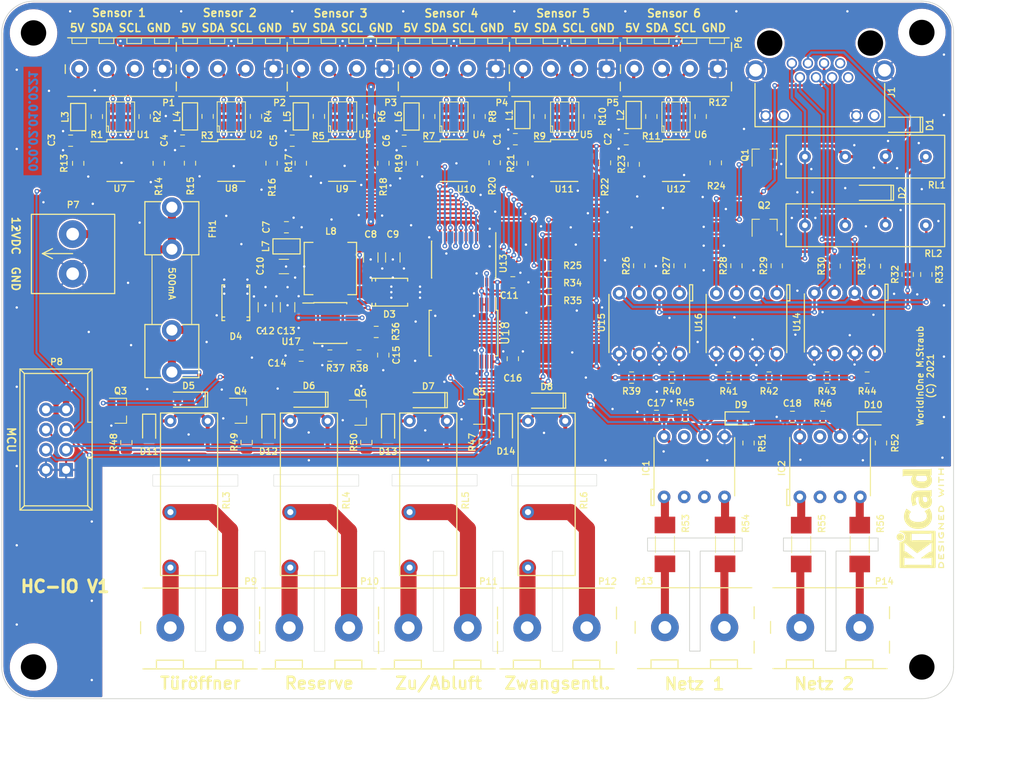
<source format=kicad_pcb>
(kicad_pcb (version 20210807) (generator pcbnew)
  (title_block (title "HomeControl Temperature/Humidity Sensor Interface") (date "2020-11-23") (rev "1.0") (company "WorldInOne M.Straub"))
  (layers (0 "F.Cu" signal) (31 "B.Cu" signal) (36 "B.SilkS" user "B.Silkscreen") (37 "F.SilkS" user "F.Silkscreen") (38 "B.Mask" user) (39 "F.Mask" user) (44 "Edge.Cuts" user))
  (net 0 "")
  (net 1 "Net-(D1-Pad2)")
  (net 2 "GND")
  (net 3 "Net-(C14-Pad1)")
  (net 4 "Net-(C15-Pad1)")
  (net 5 "Net-(D12-Pad1)")
  (net 6 "/5V ")
  (net 7 "Net-(IC2-Pad1)")
  (net 8 "Net-(L1-Pad2)")
  (net 9 "Net-(L2-Pad2)")
  (net 10 "Net-(L3-Pad2)")
  (net 11 "Net-(L4-Pad2)")
  (net 12 "/230V & general interface/230V1")
  (net 13 "Net-(L5-Pad2)")
  (net 14 "Net-(L6-Pad2)")
  (net 15 "Net-(R13-Pad2)")
  (net 16 "Net-(R17-Pad2)")
  (net 17 "/AM2315 sensors I2C interface/S0SDA")
  (net 18 "/AM2315 sensors I2C interface/S0SCL")
  (net 19 "/AM2315 sensors I2C interface/S1SDA")
  (net 20 "Net-(R18-Pad2)")
  (net 21 "/AM2315 sensors I2C interface/S1SCL")
  (net 22 "/AM2315 sensors I2C interface/S2SDA")
  (net 23 "Net-(R19-Pad2)")
  (net 24 "Net-(R20-Pad2)")
  (net 25 "Net-(IC1-Pad1)")
  (net 26 "/AM2315 sensors I2C interface/S2SCL")
  (net 27 "no_connect_(IC1-Pad2)")
  (net 28 "/SCL")
  (net 29 "/SDA")
  (net 30 "/AM2315 sensors I2C interface/S3SDA")
  (net 31 "/AM2315 sensors I2C interface/S3SCL")
  (net 32 "/AM2315 sensors I2C interface/S4SDA")
  (net 33 "Net-(P11-Pad1)")
  (net 34 "Net-(P11-Pad2)")
  (net 35 "Net-(P12-Pad1)")
  (net 36 "Net-(P12-Pad2)")
  (net 37 "no_connect_(IC1-Pad3)")
  (net 38 "no_connect_(IC2-Pad2)")
  (net 39 "/230V & general interface/230V2")
  (net 40 "Net-(IC2-Pad4)")
  (net 41 "no_connect_(IC2-Pad3)")
  (net 42 "Net-(R22-Pad2)")
  (net 43 "Net-(R23-Pad2)")
  (net 44 "/AM2315 sensors I2C interface/S4SCL")
  (net 45 "Net-(P13-Pad1)")
  (net 46 "Net-(P13-Pad2)")
  (net 47 "Net-(P14-Pad1)")
  (net 48 "/AM2315 sensors I2C interface/S5SDA")
  (net 49 "Net-(FH1-Pad1)")
  (net 50 "/AM2315 sensors I2C interface/S5SCL")
  (net 51 "Net-(R24-Pad2)")
  (net 52 "Net-(P14-Pad2)")
  (net 53 "no_connect_(U13-Pad17)")
  (net 54 "no_connect_(U13-Pad18)")
  (net 55 "no_connect_(U13-Pad19)")
  (net 56 "no_connect_(U13-Pad20)")
  (net 57 "Net-(D2-Pad2)")
  (net 58 "Net-(D13-Pad1)")
  (net 59 "Net-(D11-Pad1)")
  (net 60 "/12V")
  (net 61 "Net-(D14-Pad1)")
  (net 62 "Net-(D9-Pad2)")
  (net 63 "Net-(D12-Pad2)")
  (net 64 "Net-(R14-Pad2)")
  (net 65 "Net-(R15-Pad2)")
  (net 66 "Net-(R21-Pad2)")
  (net 67 "Net-(IC1-Pad4)")
  (net 68 "Net-(R16-Pad2)")
  (net 69 "/5VMCU")
  (net 70 "/NIORESET")
  (net 71 "Net-(D14-Pad2)")
  (net 72 "Net-(P9-Pad1)")
  (net 73 "/230V & general interface/AUX")
  (net 74 "/230V & general interface/DOOR")
  (net 75 "/230V & general interface/ZWANG")
  (net 76 "/230V & general interface/BTP6")
  (net 77 "/230V & general interface/ZUAB")
  (net 78 "/230V & general interface/ENTFON")
  (net 79 "Net-(R37-Pad2)")
  (net 80 "Net-(P9-Pad2)")
  (net 81 "Net-(P10-Pad1)")
  (net 82 "Net-(P10-Pad2)")
  (net 83 "Net-(D10-Pad2)")
  (net 84 "Net-(D11-Pad2)")
  (net 85 "Net-(R26-Pad1)")
  (net 86 "Net-(D13-Pad2)")
  (net 87 "Net-(R27-Pad1)")
  (net 88 "/NIOINT")
  (net 89 "/230V & general interface/BTP5")
  (net 90 "/230V & general interface/BTP4")
  (net 91 "/230V & general interface/BTP3")
  (net 92 "Net-(R28-Pad1)")
  (net 93 "/230V & general interface/BTP2")
  (net 94 "Net-(R30-Pad1)")
  (net 95 "no_connect_(U18-Pad4)")
  (net 96 "Net-(R29-Pad1)")
  (net 97 "Net-(R31-Pad1)")
  (net 98 "Net-(R32-Pad1)")
  (net 99 "Net-(R33-Pad1)")
  (net 100 "no_connect_(U18-Pad5)")
  (net 101 "no_connect_(J1-Pad8)")
  (net 102 "no_connect_(J1-Pad7)")
  (net 103 "/230V & general interface/BTP1")
  (net 104 "/230V & general interface/BTL6")
  (net 105 "/230V & general interface/BTL3")
  (net 106 "/230V & general interface/BTL4")
  (net 107 "/230V & general interface/BTL1")
  (net 108 "no_connect_(J1-PadGA)")
  (net 109 "no_connect_(J1-PadYA)")
  (net 110 "/230V & general interface/BTL7")
  (net 111 "/230V & general interface/ENTFRH")
  (net 112 "/230V & general interface/BTL5")
  (net 113 "Net-(D3-Pad1)")
  (net 114 "Net-(R36-Pad2)")
  (footprint "Resistor_SMD:R_0805_2012Metric" (layer "F.Cu") (at 200.8505 111.73968 90)
    (fp_text reference "R52")
    (fp_text value "4.7K")
  )
  (footprint "Resistor_SMD:R_0805_2012Metric" (layer "F.Cu") (at 204.216 90.4748 -90)
    (fp_text reference "R32")
    (fp_text value "10K")
  )
  (footprint "Resistor_SMD:R_0805_2012Metric" (layer "F.Cu") (at 182.626 89.378 90)
    (fp_text reference "R28")
    (fp_text value "150E")
  )
  (footprint "Diodes_SMD:SOD-323" (layer "F.Cu") (at 203.708 71.58736 180)
    (fp_text reference "D1")
    (fp_text value "1N4148WS")
  )
  (footprint "Housings_DIP:DIP-8_W7.62mm_Socketed" (layer "F.Cu") (at 173.504422 118.538283 90)
    (fp_text reference "IC1")
    (fp_text value "HCPL-3760")
  )
  (footprint "Housings_TO_SOT_SMD:SOT-23" (layer "F.Cu") (at 120.108696 107.66645)
    (fp_text reference "Q4")
    (fp_text value "BSS138")
  )
  (footprint "Terminal_Blocks:Terminal_Block_KF128_7.5mm-2pol" (layer "F.Cu") (at 115 135.04025 180)
    (fp_text reference "P9")
    (fp_text value "KF128-7.5-2")
  )
  (footprint "Inductors_SMD:INDC2012X110" (layer "F.Cu") (at 155.6385 70.358 90)
    (fp_text reference "L1")
    (fp_text value "FB")
  )
  (footprint "Inductors_SMD:INDC2012X110" (layer "F.Cu") (at 141.6685 70.5485 90)
    (fp_text reference "L6")
    (fp_text value "FB")
  )
  (footprint "Capacitor_SMD:C_0805_2012Metric_95" (layer "F.Cu") (at 168.7345 73.406 180)
    (fp_text reference "C2")
    (fp_text value "1µ")
  )
  (footprint "Capacitor_SMD:C_0805_2012Metric_95" (layer "F.Cu") (at 112.791 73.5815 180)
    (fp_text reference "C4")
    (fp_text value "1µ")
  )
  (footprint "Capacitor_SMD:C_0805_2012Metric_60" (layer "F.Cu") (at 189.687865 108.441002)
    (fp_text reference "C18")
    (fp_text value "100N")
  )
  (footprint "Capacitor_SMD:C_0805_2012Metric_95" (layer "F.Cu") (at 126.619 73.5965 180)
    (fp_text reference "C5")
    (fp_text value "1µ")
  )
  (footprint "Diodes_SMD:SMA_Standard" (layer "F.Cu") (at 119.507 94.0435 90)
    (fp_text reference "D4")
    (fp_text value "SS34")
  )
  (footprint "Terminal_Blocks:KF128-4-3.5" (layer "F.Cu") (at 132.9944 64.5 180)
    (fp_text reference "P3")
    (fp_text value "KF128-4-3.5")
  )
  (footprint "Capacitor_SMD:C_0805_2012Metric_60" (layer "F.Cu") (at 125.883858 84.5185)
    (fp_text reference "C7")
    (fp_text value "100N")
  )
  (footprint "Housings_DIP:DIP-8_W7.62mm_Socketed" (layer "F.Cu") (at 175.4505 92.85224 -90)
    (fp_text reference "U15")
    (fp_text value "LTV-827C")
  )
  (footprint "Housings_TO_SOT_SMD:SOT-23-6" (layer "F.Cu") (at 104.9655 70.612 90)
    (fp_text reference "U1")
    (fp_text value "USBLC6-2SC6")
  )
  (footprint "Resistor_SMD:R_0805_2012Metric" (layer "F.Cu") (at 159.0675 91.53144 180)
    (fp_text reference "R34")
    (fp_text value "2.2K")
  )
  (footprint "Resistor_SMD:R_0805_2012Metric" (layer "F.Cu") (at 186.7385 103.48468)
    (fp_text reference "R42")
    (fp_text value "1K")
  )
  (footprint "Capacitor_SMD:C_1206_3216Metric_95" (layer "F.Cu") (at 126.03099 94.615 90)
    (fp_text reference "C13")
    (fp_text value "22µ")
  )
  (footprint "Diodes_SMD:SOD-323" (layer "F.Cu") (at 158.691796 106.3962 180)
    (fp_text reference "D8")
    (fp_text value "1N4148WS")
  )
  (footprint "Resistor_SMD:R_0805_2012Metric" (layer "F.Cu") (at 101.981 70.5485 90)
    (fp_text reference "R1")
    (fp_text value "680E")
  )
  (footprint "Housings_TO_SOT_SMD:SOT-23" (layer "F.Cu") (at 150.182296 107.79345)
    (fp_text reference "Q5")
    (fp_text value "BSS138")
  )
  (footprint "Diodes_SMD:SOD-323" (layer "F.Cu") (at 113.547796 106.2692 180)
    (fp_text reference "D5")
    (fp_text value "1N4148WS")
  )
  (footprint "MountingHole:MountingHole_3.2mm_M3" (layer "F.Cu") (at 94 140)
    (fp_text reference "MH3" hide)
    (fp_text value "MHNP_M3")
  )
  (footprint "Resistor_SMD:R_0805_2012Metric" (layer "F.Cu") (at 122.047 70.5335 -90)
    (fp_text reference "R4")
    (fp_text value "680E")
  )
  (footprint "Resistor_SMD:R_0805_2012Metric" (layer "F.Cu") (at 108.0135 70.5485 -90)
    (fp_text reference "R2")
    (fp_text value "680E")
  )
  (footprint "Housings_SOIC:SOIC-8_3.9x4.9mm_Pitch1.27mm" (layer "F.Cu") (at 132.9055 76.185)
    (fp_text reference "U9")
    (fp_text value "P82B715")
  )
  (footprint "Inductors_SMD:INDC2012X110" (layer "F.Cu") (at 125.899858 86.9315 180)
    (fp_text reference "L7")
    (fp_text value "FB")
  )
  (footprint "Inductors_SMD:INDC2012X110" (layer "F.Cu") (at 113.7285 70.5335 90)
    (fp_text reference "L4")
    (fp_text value "FB")
  )
  (footprint "Resistor_SMD:R_0805_2012Metric" (layer "F.Cu") (at 150.241 70.5485 -90)
    (fp_text reference "R8")
    (fp_text value "680E")
  )
  (footprint "Housings_TO_SOT_SMD:SOT-23-6" (layer "F.Cu") (at 132.969 70.597 90)
    (fp_text reference "U3")
    (fp_text value "USBLC6-2SC6")
  )
  (footprint "Housings_TO_SOT_SMD:SOT-23-6" (layer "F.Cu") (at 175.006 70.612 90)
    (fp_text reference "U6")
    (fp_text value "USBLC6-2SC6")
  )
  (footprint "MountingHole:MountingHole_3.2mm_M3" (layer "F.Cu") (at 206 140)
    (fp_text reference "MH4" hide)
    (fp_text value "MHNP_M3")
  )
  (footprint "Resistor_SMD:R_0805_2012Metric" (layer "F.Cu") (at 113.7285 76.439 -90)
    (fp_text reference "R15")
    (fp_text value "2.2K")
  )
  (footprint "Housings_DIP:DIP-8_W7.62mm_Socketed" (layer "F.Cu") (at 200.0885 92.7862 -90)
    (fp_text reference "U14")
    (fp_text value "LTV-827C")
  )
  (footprint "Resistor_SMD:R_MELF_MMB-0207" (layer "F.Cu") (at 190.789032 124.55144 -90)
    (fp_text reference "R55")
    (fp_text value "82K")
  )
  (footprint "Resistor_SMD:R_0805_2012Metric" (layer "F.Cu") (at 171.8945 70.5485 90)
    (fp_text reference "R11")
    (fp_text value "680E")
  )
  (footprint "Housings_TO_SOT_SMD:SOT-23" (layer "F.Cu") (at 186.182 75.41768 90)
    (fp_text reference "Q1")
    (fp_text value "BSS138")
  )
  (footprint "Resistor_SMD:R_0805_2012Metric" (layer "F.Cu") (at 150.893496 111.63115 -90)
    (fp_text reference "R47")
    (fp_text value "3.3K")
  )
  (footprint "LEDs:LED_0805" (layer "F.Cu") (at 123.613896 110.00325 -90)
    (fp_text reference "D12")
    (fp_text value "LED0805-G")
  )
  (footprint "Housings_TO_SOT_SMD:SOT-23" (layer "F.Cu") (at 135.205071 107.91025)
    (fp_text reference "Q6")
    (fp_text value "BSS138")
  )
  (footprint "Resistor_SMD:R_0805_2012Metric" (layer "F.Cu") (at 195.0085 89.41816 90)
    (fp_text reference "R30")
    (fp_text value "150E")
  )
  (footprint "Housings_SOIC:SOIC-8_3.9x4.9mm_Pitch1.27mm" (layer "F.Cu") (at 147.0025 76.2)
    (fp_text reference "U10")
    (fp_text value "P82B715")
  )
  (footprint "Resistor_SMD:R_0805_2012Metric" (layer "F.Cu") (at 141.6835 76.454 -90)
    (fp_text reference "R19")
    (fp_text value "2.2K")
  )
  (footprint "Relays_THT:Relais_G5NB" (layer "F.Cu") (at 113.611296 118.2072 -90)
    (fp_text reference "RL3")
    (fp_text value "G5NB-5")
  )
  (footprint "Resistor_SMD:R_MELF_MMB-0207" (layer "F.Cu") (at 198.171835 124.55144 -90)
    (fp_text reference "R56")
    (fp_text value "82K")
  )
  (footprint "Resistor_SMD:R_0805_2012Metric" (layer "F.Cu") (at 169.672 76.581 -90)
    (fp_text reference "R23")
    (fp_text value "2.2K")
  )
  (footprint "Relays_THT:Relais_G5NB" (layer "F.Cu") (at 128.724296 118.2072 -90)
    (fp_text reference "RL4")
    (fp_text value "G5NB-5")
  )
  (footprint "Capacitor_SMD:C_1206_3216Metric_95" (layer "F.Cu") (at 123.23699 94.615 90)
    (fp_text reference "C12")
    (fp_text value "22µ")
  )
  (footprint "Relays_THT:Relais_G5NB" (layer "F.Cu") (at 143.769296 118.2072 -90)
    (fp_text reference "RL5")
    (fp_text value "G5NB-5")
  )
  (footprint "Resistor_SMD:R_0805_2012Metric" (layer "F.Cu") (at 137.20699 97.7265 180)
    (fp_text reference "R36")
    (fp_text value "27K")
  )
  (footprint "Terminal_Blocks:KF128-4-3.5" (layer "F.Cu") (at 175.006 64.516 180)
    (fp_text reference "P6")
    (fp_text value "KF128-4-3.5")
  )
  (footprint "Resistor_SMD:R_0805_2012Metric" (layer "F.Cu") (at 159.0675 93.71076 180)
    (fp_text reference "R35")
    (fp_text value "2.2K")
  )
  (footprint "Terminal_Blocks:Terminal_Block_KF128_7.5mm-2pol" (layer "F.Cu") (at 160 135.04025 180)
    (fp_text reference "P12")
    (fp_text value "KF128-7.5-2")
  )
  (footprint "Housings_SOIC:SOIC-8_3.9x4.9mm_Pitch1.27mm" (layer "F.Cu") (at 104.9655 76.2)
    (fp_text reference "U7")
    (fp_text value "P82B715")
  )
  (footprint "Resistor_SMD:R_0805_2012Metric" (layer "F.Cu") (at 166.0525 76.3905 -90)
    (fp_text reference "R22")
    (fp_text value "2.2K")
  )
  (footprint "Terminal_Blocks:KF128-4-3.5" (layer "F.Cu") (at 147.0152 64.516 180)
    (fp_text reference "P4")
    (fp_text value "KF128-4-3.5")
  )
  (footprint "Terminal_Blocks:KF128-4-3.5" (layer "F.Cu") (at 118.9912 64.516 180)
    (fp_text reference "P2")
    (fp_text value "KF128-4-3.5")
  )
  (footprint "Symbol:KiCad-Logo2_5mm_SilkScreen" (layer "F.Cu") (at 205.8035 121.24944 90)
    (fp_text reference "REF**" hide)
    (fp_text value "KiCad-Logo2_5mm_SilkScreen" hide)
  )
  (footprint "Housings_TO_SOT_SMD:SOT-23" (layer "F.Cu") (at 186.182 84.26704 90)
    (fp_text reference "Q2")
    (fp_text value "BSS138")
  )
  (footprint "Resistor_SMD:R_0805_2012Metric" (layer "F.Cu") (at 181.6585 103.48468)
    (fp_text reference "R41")
    (fp_text value "1K")
  )
  (footprint "Resistor_SMD:R_0805_2012Metric" (layer "F.Cu") (at 109.7915 76.454 -90)
    (fp_text reference "R14")
    (fp_text value "2.2K")
  )
  (footprint "Resistor_SMD:R_0805_2012Metric" (layer "F.Cu") (at 194.041 103.48468)
    (fp_text reference "R43")
    (fp_text value "1K")
  )
  (footprint "Terminal_Blocks:KF128-2-5.0" (layer "F.Cu") (at 98.933 87.884 90)
    (fp_text reference "P7")
    (fp_text value "KF128-2-5.0")
  )
  (footprint "Resistor_SMD:R_0805_2012Metric" (layer "F.Cu") (at 164.084 70.5485 -90)
    (fp_text reference "R10")
    (fp_text value "680E")
  )
  (footprint "Relays_THT:SIP-1A5" (layer "F.Cu") (at 198.882 75.6158)
    (fp_text reference "RL1")
    (fp_text value "SIP-1A5")
  )
  (footprint "Capacitor_SMD:C_0805_2012Metric_60" (layer "F.Cu") (at 154.432 101.10724 -90)
    (fp_text reference "C16")
    (fp_text value "100N")
  )
  (footprint "Resistor_SMD:R_0805_2012Metric" (layer "F.Cu") (at 105.704596 111.67965 -90)
    (fp_text reference "R48")
    (fp_text value "3.3K")
  )
  (footprint "Resistor_SMD:R_0805_2012Metric" (layer "F.Cu") (at 124.0155 76.439 -90)
    (fp_text reference "R16")
    (fp_text value "2.2K")
  )
  (footprint "Housings_SSOP:TSSOP-24_4.4x7.8mm_Pitch0.65mm" (layer "F.Cu") (at 148.209 88.59827 -90)
    (fp_text reference "U13")
    (fp_text value "PCA9548A")
  )
  (footprint "Capacitor_SMD:C_1206_3216Metric_95" (layer "F.Cu") (at 136.52049 88.3315 -90)
    (fp_text reference "C8")
    (fp_text value "22µ")
  )
  (footprint "Resistor_SMD:R_MELF_MMB-0207" (layer "F.Cu") (at 173.609 124.5333 -90)
    (fp_text reference "R53")
    (fp_text value "82K")
  )
  (footprint "Terminal_Blocks:Terminal_Block_KF128_7.5mm-2pol" (layer "F.Cu") (at 145 135.04025 180)
    (fp_text reference "P11")
    (fp_text value "KF128-7.5-2")
  )
  (footprint "Housings_DIP:DIP-8_W7.62mm_Socketed" (layer "F.Cu") (at 190.618835 118.538283 90)
    (fp_text reference "IC2")
    (fp_text value "HCPL-3760")
  )
  (footprint "Housings_TO_SOT_SMD:SOT-23-6" (layer "F.Cu") (at 118.9355 70.597 90)
    (fp_text reference "U2")
    (fp_text value "USBLC6-2SC6")
  )
  (footprint "Fuse_Holders_and_Fuses:Fuseholder5x20_horizontal_open_inline_1" (layer "F.Cu") (at 111.4425 92.3925 -90)
    (fp_text reference "FH1")
    (fp_text value "FC5X20")
  )
  (footprint "Terminal_Blocks:Terminal_Block_KF128_7.5mm-2pol" (layer "F.Cu") (at 130 135.04025 180)
    (fp_text reference "P10")
    (fp_text value "KF128-7.5-2")
  )
  (footprint "Capacitor_SMD:C_0805_2012Metric_60" (layer "F.Cu") (at 154.432 91.4654)
    (fp_text reference "C11")
    (fp_text value "100N")
  )
  (footprint "LEDs:LED_0805" (layer "F.Cu") (at 108.577096 110.00325 -90)
    (fp_text reference "D11")
    (fp_text value "LED0805-G")
  )
  (footprint "Resistor_SMD:R_0805_2012Metric" (layer "F.Cu") (at 175.4505 89.378 90)
    (fp_text reference "R27")
    (fp_text value "150E")
  )
  (footprint "Capacitor_SMD:C_0805_2012Metric_60" (layer "F.Cu") (at 138.09599 100.6475 -90)
    (fp_text reference "C15")
    (fp_text value "1.8N")
  )
  (footprint "Resistor_SMD:R_0805_2012Metric" (layer "F.Cu") (at 200.0885 89.41816 90)
    (fp_text reference "R31")
    (fp_text value "560E")
  )
  (footprint "Capacitor_SMD:C_0805_2012Metric_60" (layer "F.Cu") (at 127.74549 100.711 180)
    (fp_text reference "C14")
    (fp_text value "100N")
  )
  (footprint "Resistor_SMD:R_0805_2012Metric" (layer "F.Cu") (at 131.36499 100.711)
    (fp_text reference "R37")
    (fp_text value "9.53K")
  )
  (footprint "Housings_TO_SOT_SMD:SOT-23-6" (layer "F.Cu") (at 160.9725 70.612 90)
    (fp_text reference "U5")
    (fp_text value "USBLC6-2SC6")
  )
  (footprint "Relays_THT:Relais_G5NB" (layer "F.Cu") (at 158.691796 118.2072 -90)
    (fp_text reference "RL6")
    (fp_text value "G5NB-5")
  )
  (footprint "Connectors:RJ45_LEDs_Shield" (layer "F.Cu") (at 199.517 61.28512 180)
    (fp_text reference "J1")
    (fp_text value "RJ45_LEDs_Shield")
  )
  (footprint "LEDs:LED_0805" (layer "F.Cu") (at 183.10098 108.6358)
    (fp_text reference "D9")
    (fp_text value "LED0805-Y")
  )
  (footprint "LEDs:LED_0805" (layer "F.Cu") (at 153.560496 109.95245 -90)
    (fp_text reference "D14")
    (fp_text value "LED0805-G")
  )
  (footprint "Resistor_SMD:R_0805_2012Metric" (layer "F.Cu") (at 184.15 111.73968 90)
    (fp_text reference "R51")
    (fp_text value "4.7K")
  )
  (footprint "Resistor_SMD:R_0805_2012Metric" (layer "F.Cu") (at 129.9845 70.5335 90)
    (fp_text reference "R5")
    (fp_text value "680E")
  )
  (footprint "Housings_SOIC:SOIC-8_3.9x4.9mm_Pitch1.27mm" (layer "F.Cu") (at 118.9355 76.185)
    (fp_text reference "U8")
    (fp_text value "P82B715")
  )
  (footprint "Capacitor_SMD:C_0805_2012Metric_60" (layer "F.Cu") (at 172.547322 108.321622)
    (fp_text reference "C17")
    (fp_text value "100N")
  )
  (footprint "Resistor_SMD:R_0805_2012Metric" (layer "F.Cu") (at 127.6985 76.439 -90)
    (fp_text reference "R17")
    (fp_text value "2.2K")
  )
  (footprint "Housings_TO_SOT_SMD:SOT-23" (layer "F.Cu") (at 104.970296 107.66645)
    (fp_text reference "Q3")
    (fp_text value "BSS138")
  )
  (footprint "LEDs:LED_0805" (layer "F.Cu") (at 138.701496 109.98547 -90)
    (fp_text reference "D13")
    (fp_text value "LED0805-G")
  )
  (footprint "Terminal_Blocks:KF128-4-3.5" (layer "F.Cu") (at 160.9852 64.516 180)
    (fp_text reference "P5")
    (fp_text value "KF128-4-3.5")
  )
  (footprint "Resistor_SMD:R_0805_2012Metric" (layer "F.Cu") (at 115.951 70.5335 90)
    (fp_text reference "R3")
    (fp_text value "680E")
  )
  (footprint "Relays_THT:SIP-1A5" (layer "F.Cu") (at 198.882 84.26704)
    (fp_text reference "RL2")
    (fp_text value "SIP-1A5")
  )
  (footprint "Housings_DIP:DIP-8_W7.62mm_Socketed" (layer "F.Cu") (at 187.706 92.85224 -90)
    (fp_text reference "U16")
    (fp_text value "LTV-827C")
  )
  (footprint "Resistor_SMD:R_0805_2012Metric" (layer "F.Cu") (at 155.6385 76.454 -90)
    (fp_text reference "R21")
    (fp_text value "2.2K")
  )
  (footprint "Resistor_SMD:R_MELF_MMB-0207" (layer "F.Cu") (at 181.187922 124.5333 -90)
    (fp_text reference "R54")
    (fp_text value "82K")
  )
  (footprint "Inductors_SMD:INDC2012X110" (layer "F.Cu") (at 99.6315 70.612 90)
    (fp_text reference "L3")
    (fp_text value "FB")
  )
  (footprint "Resistor_SMD:R_0805_2012Metric" (layer "F.Cu") (at 206.5655 90.4748 -90)
    (fp_text reference "R33")
    (fp_text value "10K")
  )
  (footprint "Terminal_Blocks:KF128-4-3.5" (layer "F.Cu") (at 105.0036 64.516 180)
    (fp_text reference "P1")
    (fp_text value "KF128-4-3.5")
  )
  (footprint "Housings_SOIC:SOIC-8-1EP_3.9x4.9mm_Pitch1.27mm_PowerPAD" (layer "F.Cu") (at 131.42149 96.604)
    (fp_text reference "U17")
    (fp_text value "AOZ3015")
  )
  (footprint "Diodes_SMD:SOD-323" (layer "F.Cu") (at 143.769296 106.3327 180)
    (fp_text reference "D7")
    (fp_text value "1N4148WS")
  )
  (footprint "Resistor_SMD:R_0805_2012Metric" (layer "F.Cu") (at 138.1125 76.439 -90)
    (fp_text reference "R18")
    (fp_text value "2.2K")
  )
  (footprint "Diodes_SMD:SOD-323" (layer "F.Cu") (at 128.724296 106.2692 180)
    (fp_text reference "D6")
    (fp_text value "1N4148WS")
  )
  (footprint "LEDs:LED_0805" (layer "F.Cu") (at 199.771 108.6358)
    (fp_text reference "D10")
    (fp_text value "LED0805-Y")
  )
  (footprint "Inductors_SMD:INDC2012X110" (layer "F.Cu") (at 169.672 70.358 90)
    (fp_text reference "L2")
    (fp_text value "FB")
  )
  (footprint "Capacitor_SMD:C_1206_3216Metric_95" (layer "F.Cu") (at 139.30249 88.3315 -90)
    (fp_text reference "C9")
    (fp_text value "22µ")
  )
  (footprint "Resistor_SMD:R_0805_2012Metric" (layer "F.Cu") (at 187.706 89.378 90)
    (fp_text reference "R29")
    (fp_text value "150E")
  )
  (footprint "Housings_SOIC:SOIC-8_3.9x4.9mm_Pitch1.27mm" (layer "F.Cu") (at 160.909 76.2)
    (fp_text reference "U11")
    (fp_text value "P82B715")
  )
  (footprint "Resistor_SMD:R_0805_2012Metric" (layer "F.Cu") (at 143.891 70.5485 90)
    (fp_text reference "R7")
    (fp_text value "680E")
  )
  (footprint "Resistor_SMD:R_0805_2012Metric" (layer "F.Cu") (at 180.0225 76.3905 -90)
    (fp_text reference "R24")
    (fp_text value "2.2K")
  )
  (footprint "Resistor_SMD:R_0805_2012Metric" (layer "F.Cu") (at 136.2075 70.5335 -90)
    (fp_text reference "R6")
    (fp_text value "680E")
  )
  (footprint "Capacitor_SMD:C_0805_2012Metric_95" (layer "F.Cu") (at 140.731 73.5965 180)
    (fp_text reference "C6")
    (fp_text value "1µ")
  )
  (footprint "Diodes_SMD:SOD-323" (layer "F.Cu") (at 200.025 80.17256 180)
    (fp_text reference "D2")
    (fp_text value "1N4148WS")
  )
  (footprint "Capacitor_SMD:C_0805_2012Metric_95" (layer "F.Cu") (at 98.679 73.5965 180)
    (fp_text reference "C3")
    (fp_text value "1µ")
  )
  (footprint "Resistor_SMD:R_0805_2012Metric" (layer "F.Cu") (at 193.531365 108.441362)
    (fp_text reference "R46")
    (fp_text value "4.7K")
  )
  (footprint "Resistor_SMD:R_0805_2012Metric" (layer "F.Cu") (at 170.3705 89.378 90)
    (fp_text reference "R26")
    (fp_text value "150E")
  )
  (footprint "Capacitor_SMD:C_0805_2012Metric_95" (layer "F.Cu") (at 154.7495 73.406 180)
    (fp_text reference "C1")
    (fp_text value "1µ")
  )
  (footprint "Housings_TO_SOT_SMD:SOT-23-6" (layer "F.Cu") (at 147.0025 70.612 90)
    (fp_text reference "U4")
    (fp_text value "USBLC6-2SC6")
  )
  (footprint "Terminal_Blocks:Terminal_Block_KF128_7.5mm-2pol" (layer "F.Cu") (at 194.425335 135.00136 180)
    (fp_text reference "P14")
    (fp_text value "KF128-7.5-2")
  )
  (footprint "Capacitor_SMD:C_1206_3216Metric_95" (layer "F.Cu") (at 125.566358 89.4715)
    (fp_text reference "C10")
    (fp_text value "22µ")
  )
  (footprint "Resistor_SMD:R_0805_2012Metric" (layer "F.Cu") (at 159.0675 89.35212)
    (fp_text reference "R25")
    (fp_text value "2.2K")
  )
  (footprint "Resistor_SMD:R_0805_2012Metric" (layer "F.Cu") (at 178.1175 70.5485 -90)
    (fp_text reference "R12")
    (fp_text value "680E")
  )
  (footprint "MountingHole:MountingHole_3.2mm_M3" (layer "F.Cu") (at 206 59.946)
    (fp_text reference "MH2" hide)
    (fp_text value "MHNP_M3")
  )
  (footprint "Inductors_SMD:Inductor_0630" (layer "F.Cu") (at 131.42849 89.7255 90)
    (fp_text reference "L8")
    (fp_text value "10µ")
  )
  (footprint "Terminal_Blocks:Terminal_Block_KF128_7.5mm-2pol" (layer "F.Cu") (at 177.355634 135.001421 180)
    (fp_text reference "P13")
    (fp_text value "KF128-7.5-2")
  )
  (footprint "Resistor_SMD:R_0805_2012Metric" (layer "F.Cu") (at 176.174922 108.296222)
    (fp_text reference "R45")
    (fp_text value "4.7K")
  )
  (footprint "Resistor_SMD:R_0805_2012Metric" (layer "F.Cu") (at 152.146 76.3905 -90)
    (fp_text reference "R20")
    (fp_text value "2.2K")
  )
  (footprint "Resistor_SMD:R_0805_2012Metric" (layer "F.Cu") (at 199.106 103.48468)
    (fp_text reference "R44")
    (fp_text value "1K")
  )
  (footprint "Resistor_SMD:R_0805_2012Metric" (layer "F.Cu") (at 135.04799 100.711)
    (fp_text reference "R38")
    (fp_text value "49.9K")
  )
  (footprint "Inductors_SMD:INDC2012X110" (layer "F.Cu") (at 127.6985 70.5335 90)
    (fp_text reference "L5")
    (fp_text value "FB")
  )
  (footprint "Resistor_SMD:R_0805_2012Metric" (layer "F.Cu") (at 120.870696 111.65655 -90)
    (fp_text reference "R49")
    (fp_text value "3.3K")
  )
  (footprint "Resistor_SMD:R_0805_2012Metric" (layer "F.Cu") (at 157.7975 70.5485 90)
    (fp_text reference "R9")
    (fp_text value "680E")
  )
  (footprint "Connectors:IDC_Header_Straight_8pins" (layer "F.Cu") (at 96.8375 111.3155 90)
    (fp_text reference "P8")
    (fp_text value "IDCMV-4-2")
  )
  (footprint "Resistor_SMD:R_0805_2012Metric" (layer "F.Cu") (at 174.483 103.48468)
    (fp_text reference "R40")
    (fp_text value "1K")
  )
  (footprint "Resistor_SMD:R_0805_2012Metric" (layer "F.Cu") (at 169.403 103.48468)
    (fp_text reference "R39")
    (fp_text value "1K")
  )
  (footprint "Resistor_SMD:R_0805_2012Metric" (layer "F.Cu") (at 99.6315 76.454 -90)
    (fp_text reference "R13")
    (fp_text value "2.2K")
  )
  (footprint "Diodes_SMD:SMA_Standard" (layer "F.Cu") (at 138.92149 92.71)
    (fp_text reference "D3")
    (fp_text value "SS34")
  )
  (footprint "Housings_SOIC:SOIC-8_3.9x4.9mm_Pitch1.27mm" (layer "F.Cu") (at 175.006 76.2)
    (fp_text reference "U12")
    (fp_text value "P82B715")
  )
  (footprint "Resistor_SMD:R_0805_2012Metric" (layer "F.Cu") (at 135.958296 111.65655 -90)
    (fp_text reference "R50")
    (fp_text value "3.3K")
  )
  (footprint "Housings_SSOP:SSOP-24_5.3x8.2mm_Pitch0.65mm" (layer "F.Cu") (at 148.209 97.87128 -90)
    (fp_text reference "U18")
    (fp_text value "PCF8575")
  )
  (footprint "MountingHole:MountingHole_3.2mm_M3" (layer "F.Cu") (at 94 60)
    (fp_text reference "MH1" hide)
    (fp_text value "MHNP_M3")
  )
  (gr_arc (start 93.999998 60) (end 89.999998 59.999998) (angle 90) (layer "Edge.Cuts") (width 0.1))
  (gr_arc (start 94 140) (end 93.999998 144) (angle 90) (layer "Edge.Cuts") (width 0.1))
  (gr_rect (start 153.228796 138.01713) (end 151.895296 125.38825) (layer "Edge.Cuts") (width 0.05) (fill none))
  (gr_rect (start 135.010296 115.7307) (end 124.278796 117.1912) (layer "Edge.Cuts") (width 0.05) (fill none))
  (gr_poly (pts (xy 188.551585 125.37011) (xy 193.853835 125.37011) (xy 193.853835 137.99899) (xy 195.187335 137.99899) (xy 195.187335 125.37011) (xy 200.489585 125.37011) (xy 200.489585 123.71911) (xy 188.551585 123.71911) (xy 188.551585 125.37011)) (layer "Edge.Cuts") (width 0.1) (fill none))
  (gr_rect (start 138.228796 138.01713) (end 136.895296 125.38825) (layer "Edge.Cuts") (width 0.05) (fill none))
  (gr_line (start 94 56) (end 206 56) (layer "Edge.Cuts") (width 0.1))
  (gr_rect (start 145.728796 138.01713) (end 144.395296 125.38825) (layer "Edge.Cuts") (width 0.05) (fill none))
  (gr_arc (start 206 139.999998) (end 210 140) (angle 90) (layer "Edge.Cuts") (width 0.1))
  (gr_rect (start 119.770796 115.7307) (end 109.039296 117.1912) (layer "Edge.Cuts") (width 0.05) (fill none))
  (gr_rect (start 115.728796 138.01713) (end 114.395296 125.38825) (layer "Edge.Cuts") (width 0.05) (fill none))
  (gr_rect (start 165.014046 115.70208) (end 154.282546 117.16258) (layer "Edge.Cuts") (width 0.05) (fill none))
  (gr_line (start 210 60) (end 210 140) (layer "Edge.Cuts") (width 0.1))
  (gr_line (start 205.999998 143.999998) (end 93.999998 144) (layer "Edge.Cuts") (width 0.1))
  (gr_poly (pts (xy 171.41825 125.37011) (xy 176.7205 125.37011) (xy 176.7205 137.99899) (xy 178.054 137.99899) (xy 178.054 125.37011) (xy 183.35625 125.37011) (xy 183.35625 123.71911) (xy 171.41825 123.71911) (xy 171.41825 125.37011)) (layer "Edge.Cuts") (width 0.1) (fill none))
  (gr_rect (start 149.932796 115.70208) (end 139.201296 117.16258) (layer "Edge.Cuts") (width 0.05) (fill none))
  (gr_rect (start 123.228796 138.01713) (end 121.895296 125.38825) (layer "Edge.Cuts") (width 0.05) (fill none))
  (gr_arc (start 206 59.999998) (end 206.000002 55.999998) (angle 90) (layer "Edge.Cuts") (width 0.1))
  (gr_line (start 90 140) (end 90 60) (layer "Edge.Cuts") (width 0.1))
  (gr_rect (start 160.728796 138.01713) (end 159.395296 125.38825) (layer "Edge.Cuts") (width 0.05) (fill none))
  (gr_rect (start 130.728796 138.01713) (end 129.395296 125.38825) (layer "Edge.Cuts") (width 0.05) (fill none))
  (gr_text "020.02.010.0221" (at 93.90975 71.11462 270) (layer "B.Cu") (effects (font (size 0.9906 0.9906) (thickness 0.24765)) (justify mirror)))
  (gr_text "Zu/Abluft" (at 145.061296 142.04375) (layer "F.SilkS") (effects (font (size 1.5 1.5) (thickness 0.3))))
  (gr_text "Netz 2" (at 193.695335 142.113) (layer "F.SilkS") (effects (font (size 1.5 1.5) (thickness 0.3))))
  (gr_text "5V SDA SCL GND" (at 104.9655 59.36975) (layer "F.SilkS") (effects (font (size 1 1) (thickness 0.2))))
  (gr_text "Türöffner" (at 115.030296 142.04375) (layer "F.SilkS") (effects (font (size 1.5 1.5) (thickness 0.3))))
  (gr_text "Sensor 1" (at 104.775 57.46475) (layer "F.SilkS") (effects (font (size 1 1) (thickness 0.2))))
  (gr_text "500mA" (at 111.4425 91.6305 270) (layer "F.SilkS") (effects (font (size 0.8128 0.8128) (thickness 0.1524))))
  (gr_text "5V SDA SCL GND" (at 132.969 59.36975) (layer "F.SilkS") (effects (font (size 1 1) (thickness 0.2))))
  (gr_text "Sensor 3" (at 132.715 57.52825) (layer "F.SilkS") (effects (font (size 1 1) (thickness 0.2))))
  (gr_text "HC-IO V1" (at 97.9805 129.83464) (layer "F.SilkS") (effects (font (size 1.5 1.5) (thickness 0.375))))
  (gr_text "Reserve" (at 130.016296 142.04375) (layer "F.SilkS") (effects (font (size 1.5 1.5) (thickness 0.3))))
  (gr_text "Sensor 6" (at 174.752 57.52825) (layer "F.SilkS") (effects (font (size 1 1) (thickness 0.2))))
  (gr_text "Netz 1" (at 177.338731 142.131561) (layer "F.SilkS") (effects (font (size 1.5 1.5) (thickness 0.3))))
  (gr_text "MCU" (at 91.186 111.34344 270) (layer "F.SilkS") (effects (font (size 1 1) (thickness 0.2))))
  (gr_text "5V SDA SCL GND" (at 160.909 59.36975) (layer "F.SilkS") (effects (font (size 1 1) (thickness 0.2))))
  (gr_text "Sensor 4" (at 146.685 57.52825) (layer "F.SilkS") (effects (font (size 1 1) (thickness 0.2))))
  (gr_text "Sensor 2" (at 118.745 57.46475) (layer "F.SilkS") (effects (font (size 1 1) (thickness 0.2))))
  (gr_text "5V SDA SCL GND" (at 174.9425 59.36975) (layer "F.SilkS") (effects (font (size 1 1) (thickness 0.2))))
  (gr_text "Zwangsentl." (at 160.047296 142.04375) (layer "F.SilkS") (effects (font (size 1.5 1.5) (thickness 0.3))))
  (gr_text "5V SDA SCL GND" (at 147.0025 59.36975) (layer "F.SilkS") (effects (font (size 1 1) (thickness 0.2))))
  (gr_text "WorldInOne M.Straub\n(C) 2021" (at 206.4385 103.28656 90) (layer "F.SilkS") (effects (font (size 0.8128 0.8128) (thickness 0.1524))))
  (gr_text "12VDC  GND" (at 91.7575 87.884 270) (layer "F.SilkS") (effects (font (size 1 1) (thickness 0.2))))
  (gr_text "5V SDA SCL GND" (at 118.999 59.36975) (layer "F.SilkS") (effects (font (size 1 1) (thickness 0.2))))
  (gr_text "Sensor 5" (at 160.782 57.52825) (layer "F.SilkS") (effects (font (size 1 1) (thickness 0.2))))
  (segment (start 194.99388 74.26768) (end 196.342 75.6158) (width 0.4064) (layer "F.Cu") (net 1))
  (segment (start 198.32956 75.6158) (end 202.358 71.58736) (width 0.4064) (layer "F.Cu") (net 1))
  (segment (start 196.342 75.6158) (end 198.32956 75.6158) (width 0.4064) (layer "F.Cu") (net 1))
  (segment (start 186.182 74.26768) (end 194.99388 74.26768) (width 0.4064) (layer "F.Cu") (net 1))
  (segment (start 130.41249 99.5045) (end 130.41249 100.696) (width 0.4064) (layer "F.Cu") (net 2))
  (segment (start 97.7415 73.5965) (end 97.7415 72.405) (width 0.4064) (layer "F.Cu") (net 2))
  (segment (start 155.68906 100.16974) (end 155.702 100.18268) (width 0.4064) (layer "F.Cu") (net 2))
  (segment (start 153.812 73.406) (end 153.812 74.564) (width 0.4064) (layer "F.Cu") (net 2))
  (segment (start 167.797 72.2145) (end 167.782 72.1995) (width 0.4064) (layer "F.Cu") (net 2))
  (segment (start 118.65102 92.9005) (end 120.42902 91.1225) (width 0.4064) (layer "F.Cu") (net 2))
  (segment (start 154.432 100.16974) (end 155.68906 100.16974) (width 0.4064) (layer "F.Cu") (net 2))
  (segment (start 172.306 78.105) (end 171.0055 78.105) (width 0.4064) (layer "F.Cu") (net 2))
  (segment (start 126.03099 92.075) (end 126.03099 93.215) (width 0.4064) (layer "F.Cu") (net 2))
  (segment (start 158.209 78.105) (end 156.9085 78.105) (width 0.4064) (layer "F.Cu") (net 2))
  (segment (start 172.847 99.12604) (end 172.847 100.48866) (width 0.3048) (layer "F.Cu") (net 2))
  (segment (start 118.58498 91.1225) (end 118.0465 91.1225) (width 0.4064) (layer "F.Cu") (net 2))
  (segment (start 140.92047 92.71) (end 141.61897 93.4085) (width 0.4064) (layer "F.Cu") (net 2))
  (segment (start 120.42902 91.1225) (end 120.9675 91.1225) (width 0.4064) (layer "F.Cu") (net 2))
  (segment (start 139.30249 89.7315) (end 140.69349 89.7315) (width 0.4064) (layer "F.Cu") (net 2))
  (segment (start 132.969 72.8195) (end 132.969 71.697) (width 0.4064) (layer "F.Cu") (net 2))
  (segment (start 160.9725 71.712) (end 160.9725 72.771) (width 0.4064) (layer "F.Cu") (net 2))
  (segment (start 144.3025 78.105) (end 143.002 78.105) (width 0.4064) (layer "F.Cu") (net 2))
  (segment (start 140.69349 89.7315) (end 140.69949 89.7255) (width 0.4064) (layer "F.Cu") (net 2))
  (segment (start 156.4005 91.4654) (end 155.3695 91.4654) (width 0.4064) (layer "F.Cu") (net 2))
  (segment (start 128.72149 97.239) (end 127.44849 97.239) (width 0.4064) (layer "F.Cu") (net 2))
  (segment (start 139.7935 72.405) (end 139.7785 72.39) (width 0.4064) (layer "F.Cu") (net 2))
  (segment (start 130.269 78.09) (end 128.9685 78.09) (width 0.4064) (layer "F.Cu") (net 2))
  (segment (start 124.63399 93.218) (end 123.23999 93.218) (width 0.4064) (layer "F.Cu") (net 2))
  (segment (start 187.132 85.41704) (end 188.25018 85.41704) (width 0.4064) (layer "F.Cu") (net 2))
  (segment (start 126.79299 83.312) (end 126.79299 84.490132) (width 0.4064) (layer "F.Cu") (net 2))
  (segment (start 140.92047 92.71) (end 140.22197 92.0115) (width 0.4064) (layer "F.Cu") (net 2))
  (segment (start 119.507 92.04452) (end 118.58498 91.1225) (width 0.4064) (layer "F.Cu") (net 2))
  (segment (start 125.8085 72.39) (end 125.7935 72.375) (width 0.4064) (layer "F.Cu") (net 2))
  (segment (start 126.966358 89.4715) (end 128.12649 89.4715) (width 0.4064) (layer "F.Cu") (net 2))
  (segment (start 126.966358 89.4715) (end 125.84049 89.4715) (width 0.4064) (layer "F.Cu") (net 2))
  (segment (start 142.73149 92.71) (end 140.92047 92.71) (width 0.4064) (layer "F.Cu") (net 2))
  (segment (start 153.812 73.406) (end 153.812 72.248) (width 0.4064) (layer "F.Cu") (net 2))
  (segment (start 120.9675 92.0115) (end 119.54002 92.0115) (width 0.4064) (layer "F.Cu") (net 2))
  (segment (start 126.03099 94.361) (end 126.03099 93.215) (width 0.4064) (layer "F.Cu") (net 2))
  (segment (start 151.1785 85.78081) (end 151.1785 86.59481) (width 0.254) (layer "F.Cu") (net 2))
  (segment (start 167.797 73.406) (end 167.797 72.2145) (width 0.4064) (layer "F.Cu") (net 2))
  (segment (start 151.1785 85.78081) (end 151.1785 85.04531) (width 0.254) (layer "F.Cu") (net 2))
  (segment (start 97.7415 74.788) (end 97.7265 74.803) (width 0.4064) (layer "F.Cu") (net 2))
  (segment (start 167.797 73.406) (end 167.797 74.5975) (width 0.4064) (layer "F.Cu") (net 2))
  (segment (start 140.22197 93.4085) (end 139.11199 93.4085) (width 0.4064) (layer "F.Cu") (net 2))
  (segment (start 117.939496 108.61645) (end 117.924296 108.63165) (width 0.4064) (layer "F.Cu") (net 2))
  (segment (start 136.52049 90.8565) (end 136.50849 90.8685) (width 0.4064) (layer "F.Cu") (net 2))
  (segment (start 127.80899 84.5185) (end 126.821358 84.5185) (width 0.4064) (layer "F.Cu") (net 2))
  (segment (start 185.136 101.90226) (end 185.136 100.52216) (width 0.4064) (layer "F.Cu") (net 2))
  (segment (start 97.7415 73.5965) (end 97.7415 74.788) (width 0.4064) (layer "F.Cu") (net 2))
  (segment (start 139.11199 92.71) (end 140.92047 92.71) (width 0.4064) (layer "F.Cu") (net 2))
  (segment (start 144.634 94.62504) (end 144.634 95.67296) (width 0.3048) (layer "F.Cu") (net 2))
  (segment (start 121.83999 93.218) (end 123.23399 93.218) (width 0.4064) (layer "F.Cu") (net 2))
  (segment (start 175.006 71.712) (end 175.006 72.771) (width 0.4064) (layer "F.Cu") (net 2))
  (segment (start 167.8005 101.83368) (end 167.8005 100.52216) (width 0.4064) (layer "F.Cu") (net 2))
  (segment (start 171.09567 107.80747) (end 170.127547 107.80747) (width 0.3048) (layer "F.Cu") (net 2))
  (segment (start 123.23699 94.361) (end 123.23699 93.215) (width 0.4064) (layer "F.Cu") (net 2))
  (segment (start 136.52049 89.7315) (end 136.52049 90.8565) (width 0.4064) (layer "F.Cu") (net 2))
  (segment (start 147.0025 71.712) (end 147.0025 72.8345) (width 0.4064) (layer "F.Cu") (net 2))
  (segment (start 104.9655 72.898) (end 104.9655 71.712) (width 0.508) (layer "F.Cu") (net 2))
  (segment (start 151.8285 85.78081) (end 151.8285 86.61781) (width 0.254) (layer "F.Cu") (net 2))
  (segment (start 123.23699 92.075) (end 123.23699 93.215) (width 0.4064) (layer "F.Cu") (net 2))
  (segment (start 151.1785 85.04531) (end 151.515 84.70881) (width 0.254) (layer "F.Cu") (net 2))
  (segment (start 139.30249 89.7315) (end 139.30249 88.5825) (width 0.4064) (layer "F.Cu") (net 2))
  (segment (start 126.03099 93.215) (end 127.42499 93.215) (width 0.4064) (layer "F.Cu") (net 2))
  (segment (start 153.812 74.564) (end 153.8605 74.6125) (width 0.4064) (layer "F.Cu") (net 2))
  (segment (start 149.834 101.47128) (end 149.834 100.2786) (width 0.3048) (layer "F.Cu") (net 2))
  (segment (start 171.609822 108.321622) (end 171.09567 107.80747) (width 0.3048) (layer "F.Cu") (net 2))
  (segment (start 97.7415 72.405) (end 97.7265 72.39) (width 0.4064) (layer "F.Cu") (net 2))
  (segment (start 127.44849 97.239) (end 127.42799 97.2185) (width 0.4064) (layer "F.Cu") (net 2))
  (segment (start 167.797 74.5975) (end 167.782 74.6125) (width 0.4064) (layer "F.Cu") (net 2))
  (segment (start 126.966358 90.851368) (end 126.98349 90.8685) (width 0.4064) (layer "F.Cu") (net 2))
  (segment (start 139.7935 73.5965) (end 139.7935 72.405) (width 0.4064) (layer "F.Cu") (net 2))
  (segment (start 137.96299 89.7315) (end 137.96899 89.7255) (width 0.4064) (layer "F.Cu") (net 2))
  (segment (start 149.834 91.44827) (end 149.834 90.36872) (width 0.3048) (layer "F.Cu") (net 2))
  (segment (start 124.63399 93.218) (end 126.02799 93.218) (width 0.4064) (layer "F.Cu") (net 2))
  (segment (start 149.834 90.36872) (end 149.86 90.34272) (width 0.3048) (layer "F.Cu") (net 2))
  (segment (start 120.36298 92.9005) (end 120.9675 92.9005) (width 0.4064) (layer "F.Cu") (net 2))
  (segment (start 118.958696 108.61645) (end 117.939496 108.61645) (width 0.4064) (layer "F.Cu") (net 2))
  (segment (start 127.42499 93.215) (end 127.42799 93.218) (width 0.4064) (layer "F.Cu") (net 2))
  (segment (start 125.77699 100.711) (end 126.80799 100.711) (width 0.4064) (layer "F.Cu") (net 2))
  (segment (start 141.61897 92.0115) (end 142.73149 92.0115) (width 0.4064) (layer "F.Cu") (net 2))
  (segment (start 125.8085 74.773) (end 125.7935 74.788) (width 0.4064) (layer "F.Cu") (net 2))
  (segment (start 151.8285 85.78081) (end 151.8285 85.02231) (width 0.254) (layer "F.Cu") (net 2))
  (segment (start 136.52049 88.5945) (end 136.50849 88.5825) (width 0.4064) (layer "F.Cu") (net 2))
  (segment (start 139.30249 89.7315) (end 139.30249 90.8685) (width 0.4064) (layer "F.Cu") (net 2))
  (segment (start 151.1785 86.59481) (end 151.515 86.93131) (width 0.254) (layer "F.Cu") (net 2))
  (segment (start 140.22197 92.0115) (end 139.11199 92.0115) (width 0.4064) (layer "F.Cu") (net 2))
  (segment (start 139.30249 89.7315) (end 137.97499 89.7315) (width 0.4064) (layer "F.Cu") (net 2))
  (segment (start 144.634 95.67296) (end 144.653 95.69196) (width 0.3048) (layer "F.Cu") (net 2))
  (segment (start 132.991821 108.86025) (end 132.989071 108.863) (width 0.4064) (layer "F.Cu") (net 2))
  (segment (start 141.61897 93.4085) (end 142.73149 93.4085) (width 0.4064) (layer "F.Cu") (net 2))
  (segment (start 118.9355 72.883) (end 118.9355 71.697) (width 0.4064) (layer "F.Cu") (net 2))
  (segment (start 151.8285 85.02231) (end 151.515 84.70881) (width 0.254) (layer "F.Cu") (net 2))
  (segment (start 172.8805 101.83368) (end 172.8805 100.52216) (width 0.4064) (layer "F.Cu") (net 2))
  (segment (start 102.2655 78.105) (end 100.92182 78.105) (width 0.4064) (layer "F.Cu") (net 2))
  (segment (start 134.055071 108.86025) (end 132.991821 108.86025) (width 0.4064) (layer "F.Cu") (net 2))
  (segment (start 118.65102 92.9005) (end 118.0465 92.9005) (width 0.4064) (layer "F.Cu") (net 2))
  (segment (start 136.52049 89.7315) (end 136.52049 88.5945) (width 0.4064) (layer "F.Cu") (net 2))
  (segment (start 139.7935 73.5965) (end 139.7935 74.788) (width 0.4064) (layer "F.Cu") (net 2))
  (segment (start 103.823046 108.6192) (end 103.823046 109.53285) (width 0.4064) (layer "F.Cu") (net 2))
  (segment (start 119.507 92.04452) (end 120.36298 92.9005) (width 0.4064) (layer "F.Cu") (net 2))
  (segment (start 125.8085 73.5815) (end 125.8085 74.773) (width 0.4064) (layer "F.Cu") (net 2))
  (segment (start 103.823046 109.53285) (end 103.809596 109.5463) (width 0.4064) (layer "F.Cu") (net 2))
  (segment (start 192.4385 101.83368) (end 192.4385 100.45612) (width 0.4064) (layer "F.Cu") (net 2))
  (segment (start 130.41249 101.9175) (end 130.41249 100.726) (width 0.4064) (layer "F.Cu") (net 2))
  (segment (start 154.41906 100.18268) (end 153.2255 100.18268) (width 0.4064) (layer "F.Cu") (net 2))
  (segment (start 138.09599 102.5525) (end 138.09599 101.585) (width 0.4064) (layer "F.Cu") (net 2))
  (segment (start 136.52049 89.7315) (end 137.96299 89.7315) (width 0.4064) (layer "F.Cu") (net 2))
  (segment (start 187.704365 108.441002) (end 188.750365 108.441002) (width 0.4064) (layer "F.Cu") (net 2))
  (segment (start 100.92182 78.105) (end 100.9015 78.12532) (width 0.4064) (layer "F.Cu") (net 2))
  (segment (start 180.056 101.89972) (end 180.056 100.52216) (width 0.4064) (layer "F.Cu") (net 2))
  (segment (start 125.8085 73.5815) (end 125.8085 72.39) (width 0.4064) (layer "F.Cu") (net 2))
  (segment (start 155.3845 90.2589) (end 155.3845 91.4504) (width 0.4064) (layer "F.Cu") (net 2))
  (segment (start 116.2355 78.09) (end 114.935 78.09) (width 0.4064) (layer "F.Cu") (net 2))
  (segment (start 139.7935 74.788) (end 139.7785 74.803) (width 0.4064) (layer "F.Cu") (net 2))
  (segment (start 188.25018 85.41704) (end 188.2775 85.38972) (width 0.4064) (layer "F.Cu") (net 2))
  (segment (start 153.812 72.248) (end 153.8605 72.1995) (width 0.4064) (layer "F.Cu") (net 2))
  (segment (start 151.8285 86.61781) (end 151.515 86.93131) (width 0.254) (layer "F.Cu") (net 2))
  (segment (start 187.132 76.56768) (end 188.25018 76.56768) (width 0.4064) (layer "F.Cu") (net 2))
  (segment (start 126.966358 89.4715) (end 126.966358 90.851368) (width 0.4064) (layer "F.Cu") (net 2))
  (segment (start 149.032296 108.74345) (end 147.963546 108.74345) (width 0.4064) (layer "F.Cu") (net 2))
  (segment (start 137.97499 89.7315) (end 137.96899 89.7255) (width 0.4064) (layer "F.Cu") (net 2))
  (segment (start 188.25018 76.56768) (end 188.2775 76.54036) (width 0.4064) (layer "F.Cu") (net 2))
  (segment (start 197.5185 101.83368) (end 197.5185 100.45612) (width 0.4064) (layer "F.Cu") (net 2))
  (segment (start 149.834 100.2786) (end 149.606 100.0506) (width 0.3048) (layer "F.Cu") (net 2))
  (via (at 208.788 108.458) (size 0.6) (drill 0.3) (layers "F.Cu" "B.Cu") (net 2))
  (via (at 126.03099 92.075) (size 0.6) (drill 0.3) (layers "F.Cu" "B.Cu") (net 2))
  (via (at 199.898 95.55988) (size 0.6) (drill 0.3) (layers "F.Cu" "B.Cu") (net 2))
  (via (at 95.25 81.36128) (size 0.6) (drill 0.3) (layers "F.Cu" "B.Cu") (net 2))
  (via (at 138.09599 102.5525) (size 0.6) (drill 0.3) (layers "F.Cu" "B.Cu") (net 2))
  (via (at 185.136 101.89972) (size 0.6) (drill 0.3) (layers "F.Cu" "B.Cu") (net 2))
  (via (at 101.346 121.64568) (size 0.6) (drill 0.3) (layers "F.Cu" "B.Cu") (net 2))
  (via (at 178.4985 84.46516) (size 0.6) (drill 0.3) (layers "F.Cu" "B.Cu") (net 2))
  (via (at 153.8605 74.6125) (size 0.6) (drill 0.3) (layers "F.Cu" "B.Cu") (net 2))
  (via (at 149.5425 95.69196) (size 0.6) (drill 0.3) (layers "F.Cu" "B.Cu") (net 2))
  (via (at 169.418 84.5312) (size 0.6) (drill 0.3) (layers "F.Cu" "B.Cu") (net 2))
  (via (at 158.361096 110.46045) (size 0.6) (drill 0.3) (layers "F.Cu" "B.Cu") (net 2))
  (via (at 205.994 79.71028) (size 0.6) (drill 0.3) (layers "F.Cu" "B.Cu") (net 2))
  (via (at 95.9485 67.31) (size 0.6) (drill 0.3) (layers "F.Cu" "B.Cu") (net 2))
  (via (at 126.03099 94.361) (size 0.6) (drill 0.3) (layers "F.Cu" "B.Cu") (net 2))
  (via (at 104.9655 72.898) (size 0.6) (drill 0.3) (layers "F.Cu" "B.Cu") (net 2))
  (via (at 98.6155 57.277) (size 0.6) (drill 0.3) (layers "F.Cu" "B.Cu") (net 2))
  (via (at 155.702 100.18268) (size 0.6) (drill 0.3) (layers "F.Cu" "B.Cu") (net 2))
  (via (at 181.0385 86.8426) (size 0.6) (drill 0.3) (layers "F.Cu" "B.Cu") (net 2))
  (via (at 156.083 86.71052) (size 0.6) (drill 0.3) (layers "F.Cu" "B.Cu") (net 2))
  (via (at 91.8845 74.643) (size 0.6) (drill 0.3) (layers "F.Cu" "B.Cu") (net 2))
  (via (at 188.2775 76.54036) (size 0.6) (drill 0.3) (layers "F.Cu" "B.Cu") (net 2))
  (via (at 124.63399 93.218) (size 0.6) (drill 0.3) (layers "F.Cu" "B.Cu") (net 2))
  (via (at 122.8725 97.5995) (size 0.6) (drill 0.3) (layers "F.Cu" "B.Cu") (net 2))
  (via (at 197.485 74.16292) (size 0.6) (drill 0.3) (layers "F.Cu" "B.Cu") (net 2))
  (via (at 126.79299 83.312) (size 0.6) (drill 0.3) (layers "F.Cu" "B.Cu") (net 2))
  (via (at 147.0025 72.8345) (size 0.6) (drill 0.3) (layers "F.Cu" "B.Cu") (net 2))
  (via (at 91.8845 114.643) (size 0.6) (drill 0.3) (layers "F.Cu" "B.Cu") (net 2))
  (via (at 184.785 89.94648) (size 0.6) (drill 0.3) (layers "F.Cu" "B.Cu") (net 2))
  (via (at 108.784309 78.820979) (size 0.6) (drill 0.3) (layers "F.Cu" "B.Cu") (net 2))
  (via (at 119.253 76.80452) (size 0.6) (drill 0.3) (layers "F.Cu" "B.Cu") (net 2))
  (via (at 163.6395 103.48468) (size 0.6) (drill 0.3) (layers "F.Cu" "B.Cu") (net 2))
  (via (at 120.9675 92.0115) (size 0.6) (drill 0.3) (layers "F.Cu" "B.Cu") (net 2))
  (via (at 192.57489 83.34248) (size 0.6) (drill 0.3) (layers "F.Cu" "B.Cu") (net 2))
  (via (at 161.7345 84.5312) (size 0.6) (drill 0.3) (layers "F.Cu" "B.Cu") (net 2))
  (via (at 208.788 100.838) (size 0.6) (drill 0.3) (layers "F.Cu" "B.Cu") (net 2))
  (via (at 115.824 98.99396) (size 0.6) (drill 0.3) (layers "F.Cu" "B.Cu") (net 2))
  (via (at 188.2775 85.38972) (size 0.6) (drill 0.3) (layers "F.Cu" "B.Cu") (net 2))
  (via (at 162.3695 86.71052) (size 0.6) (drill 0.3) (layers "F.Cu" "B.Cu") (net 2))
  (via (at 149.5425 92.85224) (size 0.6) (drill 0.3) (layers "F.Cu" "B.Cu") (net 2))
  (via (at 140.6155 57.277) (size 0.6) (drill 0.3) (layers "F.Cu" "B.Cu") (net 2))
  (via (at 187.704365 108.441002) (size 0.6) (drill 0.3) (layers "F.Cu" "B.Cu") (net 2))
  (via (at 118.9355 72.883) (size 0.6) (drill 0.3) (layers "F.Cu" "B.Cu") (net 2))
  (via (at 97.7265 72.39) (size 0.6) (drill 0.3) (layers "F.Cu" "B.Cu") (net 2))
  (via (at 192.4385 101.83368) (size 0.6) (drill 0.3) (layers "F.Cu" "B.Cu") (net 2))
  (via (at 149.606 100.0506) (size 0.6) (drill 0.3) (layers "F.Cu" "B.Cu") (net 2))
  (via (at 190.0555 98.0694) (size 0.6) (drill 0.3) (layers "F.Cu" "B.Cu") (net 2))
  (via (at 172.593 105.26776) (size 0.6) (drill 0.3) (layers "F.Cu" "B.Cu") (net 2))
  (via (at 152.2095 82.55) (size 0.6) (drill 0.3) (layers "F.Cu" "B.Cu") (net 2))
  (via (at 172.466 89.41816) (size 0.6) (drill 0.3) (layers "F.Cu" "B.Cu") (net 2))
  (via (at 125.7935 74.788) (size 0.6) (drill 0.3) (layers "F.Cu" "B.Cu") (net 2))
  (via (at 151.515 84.70881) (size 0.6) (drill 0.3) (layers "F.Cu" "B.Cu") (net 2))
  (via (at 135.3185 79.18196) (size 0.6) (drill 0.3) (layers "F.Cu" "B.Cu") (net 2))
  (via (at 167.005 107.44708) (size 0.6) (drill 0.3) (layers "F.Cu" "B.Cu") (net 2))
  (via (at 128.12649 89.4715) (size 0.6) (drill 0.3) (layers "F.Cu" "B.Cu") (net 2))
  (via (at 139.11199 92.0115) (size 0.6) (drill 0.3) (layers "F.Cu" "B.Cu") (net 2))
  (via (at 128.7145 113.919) (size 0.6) (drill 0.3) (layers "F.Cu" "B.Cu") (net 2))
  (via (at 178.4985 89.94648) (size 0.6) (drill 0.3) (layers "F.Cu" "B.Cu") (net 2))
  (via (at 192.06689 77.176435) (size 0.6) (drill 0.3) (layers "F.Cu" "B.Cu") (net 2))
  (via (at 208.788 62.738) (size 0.6) (drill 0.3) (layers "F.Cu" "B.Cu") (net 2))
  (via (at 182.6155 57.277) (size 0.6) (drill 0.3) (layers "F.Cu" "B.Cu") (net 2))
  (via (at 170.1165 80.63484) (size 0.6) (drill 0.3) (layers "F.Cu" "B.Cu") (net 2))
  (via (at 127.42799 93.218) (size 0.6) (drill 0.3) (layers "F.Cu" "B.Cu") (net 2))
  (via (at 178.3715 80.70088) (size 0.6) (drill 0.3) (layers "F.Cu" "B.Cu") (net 2))
  (via (at 130.2385 78.9178) (size 0.6) (drill 0.3) (layers "F.Cu" "B.Cu") (net 2))
  (via (at 156.0195 82.81416) (size 0.6) (drill 0.3) (layers "F.Cu" "B.Cu") (net 2))
  (via (at 131.572 83.5406) (size 0.6) (drill 0.3) (layers "F.Cu" "B.Cu") (net 2))
  (via (at 167.782 72.1995) (size 0.6) (drill 0.3) (layers "F.Cu" "B.Cu") (net 2))
  (via (at 143.38779 110.149451) (size 0.6) (drill 0.3) (layers "F.Cu" "B.Cu") (net 2))
  (via (at 150.368 80.43672) (size 0.6) (drill 0.3) (layers "F.Cu" "B.Cu") (net 2))
  (via (at 130.41249 101.9175) (size 0.6) (drill 0.3) (layers "F.Cu" "B.Cu") (net 2))
  (via (at 202.8825 77.06868) (size 0.6) (drill 0.3) (layers "F.Cu" "B.Cu") (net 2))
  (via (at 197.5185 101.83368) (size 0.6) (drill 0.3) (layers "F.Cu" "B.Cu") (net 2))
  (via (at 101.473 81.5594) (size 0.6) (drill 0.3) (layers "F.Cu" "B.Cu") (net 2))
  (via (at 124.782296 104.87245) (size 0.6) (drill 0.3) (layers "F.Cu" "B.Cu") (net 2))
  (via (at 143.891 85.78596) (size 0.6) (drill 0.3) (layers "F.Cu" "B.Cu") (net 2))
  (via (at 128.9685 78.09) (size 0.6) (drill 0.3) (layers "F.Cu" "B.Cu") (net 2))
  (via (at 139.11199 93.4085) (size 0.6) (drill 0.3) (layers "F.Cu" "B.Cu") (net 2))
  (via (at 157.988 84.39912) (size 0.6) (drill 0.3) (layers "F.Cu" "B.Cu") (net 2))
  (via (at 178.4985 86.8426) (size 0.6) (drill 0.3) (layers "F.Cu" "B.Cu") (net 2))
  (via (at 173.355 82.08772) (size 0.6) (drill 0.3) (layers "F.Cu" "B.Cu") (net 2))
  (via (at 168.6155 57.277) (size 0.6) (drill 0.3) (layers "F.Cu" "B.Cu") (net 2))
  (via (at 139.7785 72.39) (size 0.6) (drill 0.3) (layers "F.Cu" "B.Cu") (net 2))
  (via (at 166.116 113.919) (size 0.6) (drill 0.3) (layers "F.Cu" "B.Cu") (net 2))
  (via (at 142.73149 92.0115) (size 0.6) (drill 0.3) (layers "F.Cu" "B.Cu") (net 2))
  (via (at 180.056 101.89972) (size 0.6) (drill 0.3) (layers "F.Cu" "B.Cu") (net 2))
  (via (at 208.0895 83.73872) (size 0.6) (drill 0.3) (layers "F.Cu" "B.Cu") (net 2))
  (via (at 208.788 94.37116) (size 0.6) (drill 0.3) (layers "F.Cu" "B.Cu") (net 2))
  (via (at 155.3845 90.2589) (size 0.6) (drill 0.3) (layers "F.Cu" "B.Cu") (net 2))
  (via (at 175.006 72.771) (size 0.6) (drill 0.3) (layers "F.Cu" "B.Cu") (net 2))
  (via (at 113.6015 113.919) (size 0.6) (drill 0.3) (layers "F.Cu" "B.Cu") (net 2))
  (via (at 122.7455 79.77632) (size 0.6) (drill 0.3) (layers "F.Cu" "B.Cu") (net 2))
  (via (at 117.094 95.631) (size 0.6) (drill 0.3) (layers "F.Cu" "B.Cu") (net 2))
  (via (at 178.943 113.919) (size 0.6) (drill 0.3) (layers "F.Cu" "B.Cu") (net 2))
  (via (at 126.6155 57.277) (size 0.6) (drill 0.3) (layers "F.Cu" "B.Cu") (net 2))
  (via (at 101.346 141.64568) (size 0.6) (drill 0.3) (layers "F.Cu" "B.Cu") (net 2))
  (via (at 114.935 78.09) (size 0.6) (drill 0.3) (layers "F.Cu" "B.Cu") (net 2))
  (via (at 91.8845 124.643) (size 0.6) (drill 0.3) (layers "F.Cu" "B.Cu") (net 2))
  (via (at 167.8005 101.83368) (size 0.6) (drill 0.3) (layers "F.Cu" "B.Cu") (net 2))
  (via (at 156.1465 95.29572) (size 0.6) (drill 0.3) (layers "F.Cu" "B.Cu") (net 2))
  (via (at 91.8845 84.643) (size 0.6) (drill 0.3) (layers "F.Cu" "B.Cu") (net 2))
  (via (at 165.67941 94.63532) (size 0.6) (drill 0.3) (layers "F.Cu" "B.Cu") (net 2))
  (via (at 108.340296 104.93756) (size 0.6) (drill 0.3) (layers "F.Cu" "B.Cu") (net 2))
  (via (at 151.515 86.93131) (size 0.6) (drill 0.3) (layers "F.Cu" "B.Cu") (net 2))
  (via (at 196.9135 98.13544) (size 0.6) (drill 0.3) (layers "F.Cu" "B.Cu") (net 2))
  (via (at 118.0465 92.9005) (size 0.6) (drill 0.3) (layers "F.Cu" "B.Cu") (net 2))
  (via (at 166.0525 88.69172) (size 0.6) (drill 0.3) (layers "F.Cu" "B.Cu") (net 2))
  (via (at 137.950628 83.04813) (size 0.6) (drill 0.3) (layers "F.Cu" "B.Cu") (net 2))
  (via (at 153.8605 72.1995) (size 0.6) (drill 0.3) (layers "F.Cu" "B.Cu") (net 2))
  (via (at 118.3005 83.07832) (size 0.6) (drill 0.3) (layers "F.Cu" "B.Cu") (net 2))
  (via (at 173.444422 112.804722) (size 0.6) (drill 0.3) (layers "F.Cu" "B.Cu") (net 2))
  (via (at 174.4345 106.45648) (size 0.6) (drill 0.3) (layers "F.Cu" "B.Cu") (net 2))
  (via (at 118.0465 92.0115) (size 0.6) (drill 0.3) (layers "F.Cu" "B.Cu") (net 2))
  (via (at 135.001 82.98209) (size 0.6) (drill 0.3) (layers "F.Cu" "B.Cu") (net 2))
  (via (at 101.346 131.64568) (size 0.6) (drill 0.3) (layers "F.Cu" "B.Cu") (net 2))
  (via (at 113.555496 110.66365) (size 0.6) (drill 0.3) (layers "F.Cu" "B.Cu") (net 2))
  (via (at 142.1765 96.4184) (size 0.6) (drill 0.3) (layers "F.Cu" "B.Cu") (net 2))
  (via (at 112.6155 57.277) (size 0.6) (drill 0.3) (layers "F.Cu" "B.Cu") (net 2))
  (via (at 183.5785 72.11568) (size 0.6) (drill 0.3) (layers "F.Cu" "B.Cu") (net 2))
  (via (at 149.86 90.34272) (size 0.6) (drill 0.3) (layers "F.Cu" "B.Cu") (net 2))
  (via (at 91.8845 104.643) (size 0.6) (drill 0.3) (layers "F.Cu" "B.Cu") (net 2))
  (via (at 100.9015 78.12532) (size 0.6) (drill 0.3) (layers "F.Cu" "B.Cu") (net 2))
  (via (at 196.342 79.5782) (size 0.6) (drill 0.3) (layers "F.Cu" "B.Cu") (net 2))
  (via (at 149.86 102.95636) (size 0.6) (drill 0.3) (layers "F.Cu" "B.Cu") (net 2))
  (via (at 147.963546 108.74345) (size 0.6) (drill 0.3) (layers "F.Cu" "B.Cu") (net 2))
  (via (at 172.847 99.12604) (size 0.6) (drill 0.3) (layers "F.Cu" "B.Cu") (net 2))
  (via (at 100.965 97.7265) (size 0.6) (drill 0.3) (layers "F.Cu" "B.Cu") (net 2))
  (via (at 201.7395 73.6346) (size 0.6) (drill 0.3) (layers "F.Cu" "B.Cu") (net 2))
  (via (at 142.73149 92.71) (size 0.6) (drill 0.3) (layers "F.Cu" "B.Cu") (net 2))
  (via (at 141.605 84.26704) (size 0.6) (drill 0.3) (layers "F.Cu" "B.Cu") (net 2))
  (via (at 143.002 78.105) (size 0.6) (drill 0.3) (layers "F.Cu" "B.Cu") (net 2))
  (via (at 142.73149 93.4085) (size 0.6) (drill 0.3) (layers "F.Cu" "B.Cu") (net 2))
  (via (at 199.9615 77.00264) (size 0.6) (drill 0.3) (layers "F.Cu" "B.Cu") (net 2))
  (via (at 121.539 100.965) (size 0.6) (drill 0.3) (layers "F.Cu" "B.Cu") (net 2))
  (via (at 120.9675 92.9005) (size 0.6) (drill 0.3) (layers "F.Cu" "B.Cu") (net 2))
  (via (at 162.4965 95.03156) (size 0.6) (drill 0.3) (layers "F.Cu" "B.Cu") (net 2))
  (via (at 105.918 91.53144) (size 0.6) (drill 0.3) (layers "F.Cu" "B.Cu") (net 2))
  (via (at 117.924296 108.63165) (size 0.6) (drill 0.3) (layers "F.Cu" "B.Cu") (net 2))
  (via (at 128.693896 110.40965) (size 0.6) (drill 0.3) (layers "F.Cu" "B.Cu") (net 2))
  (via (at 111.8385 72.375) (size 0.6) (drill 0.3) (layers "F.Cu" "B.Cu") (net 2))
  (via (at 127.80899 84.5185) (size 0.6) (drill 0.3) (layers "F.Cu" "B.Cu") (net 2))
  (via (at 139.7785 74.803) (size 0.6) (drill 0.3) (layers "F.Cu" "B.Cu") (net 2))
  (via (at 132.969 72.8195) (size 0.6) (drill 0.3) (layers "F.Cu" "B.Cu") (net 2))
  (via (at 121.793 93.24848) (size 0.6) (drill 0.3) (layers "F.Cu" "B.Cu") (net 2))
  (via (at 156.4005 91.4654) (size 0.6) (drill 0.3) (layers "F.Cu" "B.Cu") (net 2))
  (via (at 184.658 98.66376) (size 0.6) (drill 0.3) (layers "F.Cu" "B.Cu") (net 2))
  (via (at 120.9675 91.1225) (size 0.6) (drill 0.3) (layers "F.Cu" "B.Cu") (net 2))
  (via (at 166.37 82.61604) (size 0.6) (drill 0.3) (layers "F.Cu" "B.Cu") (net 2))
  (via (at 147.32 76.454) (size 0.6) (drill 0.3) (layers "F.Cu" "B.Cu") (net 2))
  (via (at 143.764 113.919) (size 0.6) (drill 0.3) (layers "F.Cu" "B.Cu") (net 2))
  (via (at 123.23699 94.361) (size 0.6) (drill 0.3) (layers "F.Cu" "B.Cu") (net 2))
  (via (at 105.0925 76.3905) (size 0.6) (drill 0.3) (layers "F.Cu" "B.Cu") (net 2))
  (via (at 177.7365 98.99396) (size 0.6) (drill 0.3) (layers "F.Cu" "B.Cu") (net 2))
  (via (at 153.2255 100.18268) (size 0.6) (drill 0.3) (layers "F.Cu" "B.Cu") (net 2))
  (via (at 144.653 95.69196) (size 0.6) (drill 0.3) (layers "F.Cu" "B.Cu") (net 2))
  (via (at 205.613 73.89876) (size 0.6) (drill 0.3) (layers "F.Cu" "B.Cu") (net 2))
  (via (at 136.50849 88.5825) (size 0.6) (drill 0.3) (layers "F.Cu" "B.Cu") (net 2))
  (via (at 139.0015 79.248) (size 0.6) (drill 0.3) (layers "F.Cu" "B.Cu") (net 2))
  (via (at 161.925 100.31476) (size 0.6) (drill 0.3) (layers "F.Cu" "B.Cu") (net 2))
  (via (at 193.4845 95.22489) (size 0.6) (drill 0.3) (layers "F.Cu" "B.Cu") (net 2))
  (via (at 140.69949 89.7255) (size 0.6) (drill 0.3) (layers "F.Cu" "B.Cu") (net 2))
  (via (at 91.8845 134.643) (size 0.6) (drill 0.3) (layers "F.Cu" "B.Cu") (net 2))
  (via (at 140.208 78.359) (size 0.6) (drill 0.3) (layers "F.Cu" "B.Cu") (net 2))
  (via (at 203.327 82.35188) (size 0.6) (drill 0.3) (layers "F.Cu" "B.Cu") (net 2))
  (via (at 190.3095 92.52204) (size 0.6) (drill 0.3) (layers "F.Cu" "B.Cu") (net 2))
  (via (at 103.809596 109.5463) (size 0.6) (drill 0.3) (layers "F.Cu" "B.Cu") (net 2))
  (via (at 205.4225 92.98432) (size 0.6) (drill 0.3) (layers "F.Cu" "B.Cu") (net 2))
  (via (at 189.611 83.34248) (size 0.6) (drill 0.3) (layers "F.Cu" "B.Cu") (net 2))
  (via (at 174.1805 95.95612) (size 0.6) (drill 0.3) (layers "F.Cu" "B.Cu") (net 2))
  (via (at 111.8385 74.788) (size 0.6) (drill 0.3) (layers "F.Cu" "B.Cu") (net 2))
  (via (at 208.5975 113.5888) (size 0.6) (drill 0.3) (layers "F.Cu" "B.Cu") (net 2))
  (via (at 196.6155 57.277) (size 0.6) (drill 0.3) (layers "F.Cu" "B.Cu") (net 2))
  (via (at 170.127547 107.80747) (size 0.6) (drill 0.3) (layers "F.Cu" "B.Cu") (net 2))
  (via (at 117.733796 104.99945) (size 0.6) (drill 0.3) (layers "F.Cu" "B.Cu") (net 2))
  (via (at 171.0055 78.105) (size 0.6) (drill 0.3) (layers "F.Cu" "B.Cu") (net 2))
  (via (at 146.05 87.8332) (size 0.6) (drill 0.3) (layers "F.Cu" "B.Cu") (net 2))
  (via (at 120.2055 86.64448) (size 0.6) (drill 0.3) (layers "F.Cu" "B.Cu") (net 2))
  (via (at 208.788 70.358) (size 0.6) (drill 0.3) (layers "F.Cu" "B.Cu") (net 2))
  (via (at 192.2145 80.10652) (size 0.6) (drill 0.3) (layers "F.Cu" "B.Cu") (net 2))
  (via (at 198.5645 113.919) (size 0.6) (drill 0.3) (layers "F.Cu" "B.Cu") (net 2))
  (via (at 154.6155 57.277) (size 0.6) (drill 0.3) (layers "F.Cu" "B.Cu") (net 2))
  (via (at 167.782 74.6125) (size 0.6) (drill 0.3) (layers "F.Cu" "B.Cu") (net 2))
  (via (at 110.6805 70.485) (size 0.6) (drill 0.3) (layers "F.Cu" "B.Cu") (net 2))
  (via (at 145.796 104.013) (size 0.6) (drill 0.3) (layers "F.Cu" "B.Cu") (net 2))
  (via (at 163.8935 82.74812) (size 0.6) (drill 0.3) (layers "F.Cu" "B.Cu") (net 2))
  (via (at 91.8845 64.643) (size 0.6) (drill 0.3) (layers "F.Cu" "B.Cu") (net 2))
  (via (at 127.42799 97.2185) (size 0.6) (drill 0.3) (layers "F.Cu" "B.Cu") (net 2))
  (via (at 176.022 77.9272) (size 0.6) (drill 0.3) (layers "F.Cu" "B.Cu") (net 2))
  (via (at 125.84049 89.4715) (size 0.6) (drill 0.3) (layers "F.Cu" "B.Cu") (net 2))
  (via (at 133.223 76.7715) (size 0.6) (drill 0.3) (layers "F.Cu" "B.Cu") (net 2))
  (via (at 139.30249 90.8685) (size 0.6) (drill 0.3) (layers "F.Cu" "B.Cu") (net 2))
  (via (at 198.9455 84.39912) (size 0.6) (drill 0.3) (layers "F.Cu" "B.Cu") (net 2))
  (via (at 107.3785 83.93684) (size 0.6) (drill 0.3) (layers "F.Cu" "B.Cu") (net 2))
  (via (at 182.372 95.89008) (size 0.6) (drill 0.3) (layers "F.Cu" "B.Cu") (net 2))
  (via (at 132.989071 108.863) (size 0.6) (drill 0.3) (layers "F.Cu" "B.Cu") (net 2))
  (via (at 125.77699 100.711) (size 0.6) (drill 0.3) (layers "F.Cu" "B.Cu") (net 2))
  (via (at 190.3095 80.10652) (size 0.6) (drill 0.3) (layers "F.Cu" "B.Cu") (net 2))
  (via (at 160.9725 72.771) (size 0.6) (drill 0.3) (layers "F.Cu" "B.Cu") (net 2))
  (via (at 123.2535 92.05976) (size 0.6) (drill 0.3) (layers "F.Cu" "B.Cu") (net 2))
  (via (at 139.30249 88.5825) (size 0.6) (drill 0.3) (layers "F.Cu" "B.Cu") (net 2))
  (via (at 130.41249 99.5045) (size 0.6) (drill 0.3) (layers "F.Cu" "B.Cu") (net 2))
  (via (at 135.3185 104.54132) (size 0.6) (drill 0.3) (layers "F.Cu" "B.Cu") (net 2))
  (via (at 190.6905 113.85296) (size 0.6) (drill 0.3) (layers "F.Cu" "B.Cu") (net 2))
  (via (at 97.7265 74.803) (size 0.6) (drill 0.3) (layers "F.Cu" "B.Cu") (net 2))
  (via (at 106.299 99.3902) (size 0.6) (drill 0.3) (layers "F.Cu" "B.Cu") (net 2))
  (via (at 91.8845 94.643) (size 0.6) (drill 0.3) (layers "F.Cu" "B.Cu") (net 2))
  (via (at 172.8805 101.83368) (size 0.6) (drill 0.3) (layers "F.Cu" "B.Cu") (net 2))
  (via (at 126.98349 90.8685) (size 0.6) (drill 0.3) (layers "F.Cu" "B.Cu") (net 2))
  (via (at 139.11199 92.71) (size 0.6) (drill 0.3) (layers "F.Cu" "B.Cu") (net 2))
  (via (at 181.2925 82.2198) (size 0.6) (drill 0.3) (layers "F.Cu" "B.Cu") (net 2))
  (via (at 125.7935 72.375) (size 0.6) (drill 0.3) (layers "F.Cu" "B.Cu") (net 2))
  (via (at 136.50849 90.8685) (size 0.6) (drill 0.3) (layers "F.Cu" "B.Cu") (net 2))
  (via (at 142.113 101.3714) (size 0.6) (drill 0.3) (layers "F.Cu" "B.Cu") (net 2))
  (via (at 162.6235 79.9084) (size 0.6) (drill 0.3) (layers "F.Cu" "B.Cu") (net 2))
  (via (at 202.5015 92.91828) (size 0.6) (drill 0.3) (layers "F.Cu" "B.Cu") (net 2))
  (via (at 137.96899 89.7255) (size 0.6) (drill 0.3) (layers "F.Cu" "B.Cu") (net 2))
  (via (at 118.0465 91.1225) (size 0.6) (drill 0.3) (layers "F.Cu" "B.Cu") (net 2))
  (via (at 156.9085 78.105) (size 0.6) (drill 0.3) (layers "F.Cu" "B.Cu") (net 2))
  (via (at 101.727 67.2465) (size 0.6) (drill 0.3) (layers "F.Cu" "B.Cu") (net 2))
  (segment (start 128.72149 98.509) (end 128.72149 100.6725) (width 0.254) (layer "F.Cu") (net 3))
  (segment (start 138.14449 97.7265) (end 138.14449 99.6615) (width 0.254) (layer "F.Cu") (net 4))
  (segment (start 122.546476 108.95423) (end 121.258696 107.66645) (width 0.4064) (layer "F.Cu") (net 5))
  (segment (start 123.613896 108.95423) (end 122.546476 108.95423) (width 0.4064) (layer "F.Cu") (net 5))
  (segment (start 127.374296 107.9572) (end 127.374296 106.2692) (width 0.4064) (layer "F.Cu") (net 5))
  (segment (start 126.374296 108.9572) (end 127.374296 107.9572) (width 0.4064) (layer "F.Cu") (net 5))
  (segment (start 126.374296 108.9572) (end 123.616866 108.9572) (width 0.4064) (layer "F.Cu") (net 5))
  (segment (start 185.801 103.48468) (end 184.755 103.48468) (width 0.3048) (layer "F.Cu") (net 6))
  (segment (start 136.17049 94.699) (end 136.19099 94.6785) (width 0.254) (layer "F.Cu") (net 6))
  (segment (start 158.6715 70.612) (end 160.9725 70.612) (width 0.508) (layer "F.Cu") (net 6))
  (segment (start 104.9655 63.0047) (end 104.9655 61.02096) (width 0.508) (layer "F.Cu") (net 6))
  (segment (start 173.5455 103.48468) (end 173.5455 108.260944) (width 0.3048) (layer "F.Cu") (net 6))
  (segment (start 147.0025 62.20968) (end 147.0025 61.02096) (width 0.508) (layer "F.Cu") (net 6))
  (segment (start 147.0025 69.512) (end 147.0025 62.20968) (width 0.508) (layer "F.Cu") (net 6))
  (segment (start 124.0155 74.661) (end 124.0155 75.5015) (width 0.254) (layer "F.Cu") (net 6))
  (segment (start 160.005 93.71076) (end 160.005 91.53144) (width 0.254) (layer "F.Cu") (net 6))
  (segment (start 138.1125 74.676) (end 138.1125 75.5015) (width 0.254) (layer "F.Cu") (net 6))
  (segment (start 121.173 70.597) (end 122.1095 71.5335) (width 0.508) (layer "F.Cu") (net 6))
  (segment (start 177.2435 70.612) (end 178.1175 71.486) (width 0.508) (layer "F.Cu") (net 6))
  (segment (start 109.7915 74.6125) (end 109.7915 75.5165) (width 0.254) (layer "F.Cu") (net 6))
  (segment (start 180.0225 74.6125) (end 180.0225 75.453) (width 0.254) (layer "F.Cu") (net 6))
  (segment (start 135.3335 70.597) (end 136.27 71.5335) (width 0.508) (layer "F.Cu") (net 6))
  (segment (start 137.2235 95.71101) (end 136.19099 94.6785) (width 0.254) (layer "F.Cu") (net 6))
  (segment (start 175.006 70.612) (end 177.2435 70.612) (width 0.508) (layer "F.Cu") (net 6))
  (segment (start 127.6985 71.5335) (end 127.6985 73.4695) (width 0.508) (layer "F.Cu") (net 6))
  (segment (start 149.7025 72.0245) (end 150.241 71.486) (width 0.4064) (layer "F.Cu") (net 6))
  (segment (start 141.6685 71.5485) (end 143.8285 71.5485) (width 0.508) (layer "F.Cu") (net 6))
  (segment (start 177.706 74.295) (end 179.705 74.295) (width 0.254) (layer "F.Cu") (net 6))
  (segment (start 169.672 73.406) (end 169.672 75.5165) (width 0.508) (layer "F.Cu") (net 6))
  (segment (start 167.356 103.48468) (end 166.42588 103.48468) (width 0.4064) (layer "F.Cu") (net 6))
  (segment (start 149.367 70.612) (end 150.241 71.486) (width 0.508) (layer "F.Cu") (net 6))
  (segment (start 147.0025 70.612) (end 149.367 70.612) (width 0.508) (layer "F.Cu") (net 6))
  (segment (start 99.6165 73.5965) (end 99.6165 75.5015) (width 0.254) (layer "F.Cu") (net 6))
  (segment (start 177.706 71.8975) (end 178.1175 71.486) (width 0.4064) (layer "F.Cu") (net 6))
  (segment (start 169.672 71.358) (end 171.7665 71.358) (width 0.508) (layer "F.Cu") (net 6))
  (segment (start 201.375 80.17256) (end 201.375 75.5993) (width 0.4064) (layer "F.Cu") (net 6))
  (segment (start 152.146 74.676) (end 152.146 75.453) (width 0.254) (layer "F.Cu") (net 6))
  (segment (start 175.006 61.08446) (end 175.0695 61.02096) (width 0.508) (layer "F.Cu") (net 6))
  (segment (start 190.595378 112.695862) (end 200.831818 112.695862) (width 0.4064) (layer "F.Cu") (net 6))
  (segment (start 160.9725 70.612) (end 163.21 70.612) (width 0.508) (layer "F.Cu") (net 6))
  (segment (start 136.53318 61.02914) (end 136.525 61.02096) (width 1.016) (layer "F.Cu") (net 6))
  (segment (start 157.7975 71.486) (end 158.6715 70.612) (width 0.508) (layer "F.Cu") (net 6))
  (segment (start 151.765 74.295) (end 152.146 74.676) (width 0.254) (layer "F.Cu") (net 6))
  (segment (start 107.6655 74.295) (end 107.6655 71.834) (width 0.4064) (layer "F.Cu") (net 6))
  (segment (start 107.1395 70.612) (end 108.076 71.5485) (width 0.508) (layer "F.Cu") (net 6))
  (segment (start 132.969 69.497) (end 132.969 61.02096) (width 0.508) (layer "F.Cu") (net 6))
  (segment (start 107.6655 71.834) (end 108.0135 71.486) (width 0.4064) (layer "F.Cu") (net 6))
  (segment (start 163.21 70.612) (end 164.084 71.486) (width 0.508) (layer "F.Cu") (net 6))
  (segment (start 160.005 91.53144) (end 160.005 89.35212) (width 0.254) (layer "F.Cu") (net 6))
  (segment (start 121.6355 74.28) (end 123.6345 74.28) (width 0.254) (layer "F.Cu") (net 6))
  (segment (start 135.669 72.0095) (end 136.2075 71.471) (width 0.4064) (layer "F.Cu") (net 6))
  (segment (start 155.6385 71.358) (end 157.6695 71.358) (width 0.508) (layer "F.Cu") (net 6))
  (segment (start 136.53318 61.02914) (end 136.53318 66.79494) (width 1.016) (layer "F.Cu") (net 6))
  (segment (start 123.6345 74.28) (end 124.0155 74.661) (width 0.254) (layer "F.Cu") (net 6))
  (segment (start 193.1035 103.48468) (end 191.994 103.48468) (width 0.3048) (layer "F.Cu") (net 6))
  (segment (start 163.609 74.295) (end 164.973 74.295) (width 0.4064) (layer "F.Cu") (net 6))
  (segment (start 201.375 80.17256) (end 201.375 84.15654) (width 0.4064) (layer "F.Cu") (net 6))
  (segment (start 118.9355 70.597) (end 121.173 70.597) (width 0.508) (layer "F.Cu") (net 6))
  (segment (start 115.951 71.471) (end 116.825 70.597) (width 0.508) (layer "F.Cu") (net 6))
  (segment (start 165.7985 74.295) (end 164.973 74.295) (width 0.254) (layer "F.Cu") (net 6))
  (segment (start 204.978 65.05448) (end 204.978 71.79818) (width 0.6096) (layer "F.Cu") (net 6))
  (segment (start 190.618835 112.672405) (end 190.595378 112.695862) (width 0.4064) (layer "F.Cu") (net 6))
  (segment (start 116.825 70.597) (end 118.9355 70.597) (width 0.508) (layer "F.Cu") (net 6))
  (segment (start 151.784 101.47128) (end 152.49316 101.47128) (width 0.3048) (layer "F.Cu") (net 6))
  (segment (start 175.0695 61.02096) (end 177.97526 58.1152) (width 0.6096) (layer "F.Cu") (net 6))
  (segment (start 107.6655 74.295) (end 109.474 74.295) (width 0.254) (layer "F.Cu") (net 6))
  (segment (start 135.98549 100.711) (end 135.98549 99.758983) (width 0.254) (layer "F.Cu") (net 6))
  (segment (start 177.706 74.295) (end 177.706 71.8975) (width 0.4064) (layer "F.Cu") (net 6))
  (segment (start 132.969 70.597) (end 135.3335 70.597) (width 0.508) (layer "F.Cu") (net 6))
  (segment (start 175.006 70.612) (end 175.006 69.512) (width 0.508) (layer "F.Cu") (net 6))
  (segment (start 135.6055 74.28) (end 137.7165 74.28) (width 0.254) (layer "F.Cu") (net 6))
  (segment (start 147.0025 70.612) (end 147.0025 69.512) (width 0.508) (layer "F.Cu") (net 6))
  (segment (start 154.6388 102.0318) (end 164.973 102.0318) (width 0.4064) (layer "F.Cu") (net 6))
  (segment (start 113.7285 71.5335) (end 113.7285 73.4695) (width 0.508) (layer "F.Cu") (net 6))
  (segment (start 135.98549 99.758983) (end 137.2235 98.520973) (width 0.254) (layer "F.Cu") (net 6))
  (segment (start 173.484822 108.321622) (end 175.212022 108.321622) (width 0.3048) (layer "F.Cu") (net 6))
  (segment (start 202.2475 59.3598) (end 202.2475 62.4078) (width 0.6096) (layer "F.Cu") (net 6))
  (segment (start 190.618835 110.854722) (end 190.618835 108.441722) (width 0.3048) (layer "F.Cu") (net 6))
  (segment (start 136.016 71.5485) (end 141.6685 71.5485) (width 0.508) (layer "F.Cu") (net 6))
  (segment (start 172.4995 103.48468) (end 173.5455 103.48468) (width 0.3048) (layer "F.Cu") (net 6))
  (segment (start 169.672 71.358) (end 169.672 73.4845) (width 0.508) (layer "F.Cu") (net 6))
  (segment (start 104.9655 70.612) (end 107.1395 70.612) (width 0.508) (layer "F.Cu") (net 6))
  (segment (start 160.9725 69.512) (end 160.9725 61.02096) (width 0.508) (layer "F.Cu") (net 6))
  (segment (start 113.7285 71.5335) (end 115.8885 71.5335) (width 0.508) (layer "F.Cu") (net 6))
  (segment (start 152.49316 101.47128) (end 153.06662 102.04474) (width 0.4064) (layer "F.Cu") (net 6))
  (segment (start 134.12149 94.699) (end 136.17049 94.699) (width 0.254) (layer "F.Cu") (net 6))
  (segment (start 164.90696 93.71076) (end 164.973 93.7768) (width 0.254) (layer "F.Cu") (net 6))
  (segment (start 130.8585 70.597) (end 132.969 70.597) (width 0.508) (layer "F.Cu") (net 6))
  (segment (start 160.005 93.71076) (end 164.90696 93.71076) (width 0.254) (layer "F.Cu") (net 6))
  (segment (start 153.06662 102.04474) (end 154.432 102.04474) (width 0.4064) (layer "F.Cu") (net 6))
  (segment (start 118.9355 69.497) (end 118.9355 61.02096) (width 0.508) (layer "F.Cu") (net 6))
  (segment (start 151.784 91.44827) (end 152.48317 91.44827) (width 0.3048) (layer "F.Cu") (net 6))
  (segment (start 168.4655 103.48468) (end 167.356 103.48468) (width 0.3048) (layer "F.Cu") (net 6))
  (segment (start 144.765 70.612) (end 147.0025 70.612) (width 0.508) (layer "F.Cu") (net 6))
  (segment (start 172.7685 70.612) (end 175.006 70.612) (width 0.508) (layer "F.Cu") (net 6))
  (segment (start 163.609 71.961) (end 164.084 71.486) (width 0.4064) (layer "F.Cu") (net 6))
  (segment (start 198.1685 103.48468) (end 197.1375 103.48468) (width 0.3048) (layer "F.Cu") (net 6))
  (segment (start 99.6315 71.612) (end 101.855 71.612) (width 0.508) (layer "F.Cu") (net 6))
  (segment (start 160.9725 70.612) (end 160.9725 69.512) (width 0.508) (layer "F.Cu") (net 6))
  (segment (start 173.504422 110.918283) (end 173.504422 108.299722) (width 0.3048) (layer "F.Cu") (net 6))
  (segment (start 190.618835 110.918283) (end 190.618835 112.672405) (width 0.4064) (layer "F.Cu") (net 6))
  (segment (start 104.9655 69.512) (end 104.9655 63.0047) (width 0.508) (layer "F.Cu") (net 6))
  (segment (start 166.42588 103.48468) (end 164.973 102.0318) (width 0.4064) (layer "F.Cu") (net 6))
  (segment (start 137.2235 98.520973) (end 137.2235 95.71101) (width 0.254) (layer "F.Cu") (net 6))
  (segment (start 180.721 103.48468) (end 179.675 103.48468) (width 0.3048) (layer "F.Cu") (net 6))
  (segment (start 202.2475 62.4078) (end 204.89418 65.05448) (width 0.6096) (layer "F.Cu") (net 6))
  (segment (start 127.6985 71.5335) (end 129.922 71.5335) (width 0.508) (layer "F.Cu") (net 6))
  (segment (start 109.474 74.295) (end 109.7915 74.6125) (width 0.254) (layer "F.Cu") (net 6))
  (segment (start 99.6315 73.4845) (end 99.6315 71.612) (width 0.508) (layer "F.Cu") (net 6))
  (segment (start 137.7165 74.28) (end 138.1125 74.676) (width 0.254) (layer "F.Cu") (net 6))
  (segment (start 104.9655 70.612) (end 104.9655 69.512) (width 0.508) (layer "F.Cu") (net 6))
  (segment (start 177.97526 58.1152) (end 201.0029 58.1152) (width 0.6096) (layer "F.Cu") (net 6))
  (segment (start 135.11149 86.9315) (end 136.52049 86.9315) (width 0.254) (layer "F.Cu") (net 6))
  (segment (start 175.006 69.512) (end 175.006 61.08446) (width 0.508) (layer "F.Cu") (net 6))
  (segment (start 166.0525 74.549) (end 166.0525 75.453) (width 0.254) (layer "F.Cu") (net 6))
  (segment (start 141.6685 71.5485) (end 141.6685 73.4845) (width 0.508) (layer "F.Cu") (net 6))
  (segment (start 102.855 70.612) (end 104.9655 70.612) (width 0.508) (layer "F.Cu") (net 6))
  (segment (start 204.89418 65.05448) (end 204.978 65.05448) (width 0.6096) (layer "F.Cu") (net 6))
  (segment (start 129.9845 71.471) (end 130.8585 70.597) (width 0.508) (layer "F.Cu") (net 6))
  (segment (start 127.6835 73.5815) (end 127.6835 75.4865) (width 0.254) (layer "F.Cu") (net 6))
  (segment (start 155.6385 71.358) (end 155.6385 73.4845) (width 0.508) (layer "F.Cu") (net 6))
  (segment (start 121.6355 74.28) (end 121.6355 71.8825) (width 0.4064) (layer "F.Cu") (net 6))
  (segment (start 141.6685 73.5965) (end 141.6685 75.5015) (width 0.254) (layer "F.Cu") (net 6))
  (segment (start 149.7025 74.295) (end 149.7025 72.0245) (width 0.4064) (layer "F.Cu") (net 6))
  (segment (start 201.0029 58.1152) (end 202.2475 59.3598) (width 0.6096) (layer "F.Cu") (net 6))
  (segment (start 192.593865 108.441362) (end 190.625725 108.441362) (width 0.3048) (layer "F.Cu") (net 6))
  (segment (start 136.53318 66.79494) (end 136.5504 66.81216) (width 1.016) (layer "F.Cu") (net 6))
  (segment (start 135.669 74.28) (end 135.669 72.0095) (width 0.4064) (layer "F.Cu") (net 6))
  (segment (start 118.9355 70.597) (end 118.9355 69.497) (width 0.508) (layer "F.Cu") (net 6))
  (segment (start 101.981 71.486) (end 102.855 70.612) (width 0.508) (layer "F.Cu") (net 6))
  (segment (start 175.282001 112.695862) (end 190.595378 112.695862) (width 0.4064) (layer "F.Cu") (net 6))
  (segment (start 135.11149 88.011) (end 135.11149 86.9315) (width 0.254) (layer "F.Cu") (net 6))
  (segment (start 136.525 83.80476) (end 136.525 86.92699) (width 0.8128) (layer "F.Cu") (net 6))
  (segment (start 149.7025 74.295) (end 151.765 74.295) (width 0.254) (layer "F.Cu") (net 6))
  (segment (start 152.48317 91.44827) (end 153.70659 91.44827) (width 0.3048) (layer "F.Cu") (net 6))
  (segment (start 132.969 70.597) (end 132.969 69.497) (width 0.508) (layer "F.Cu") (net 6))
  (segment (start 204.978 71.79818) (end 201.422 75.35418) (width 0.6096) (layer "F.Cu") (net 6))
  (segment (start 143.891 71.486) (end 144.765 70.612) (width 0.508) (layer "F.Cu") (net 6))
  (segment (start 163.609 74.295) (end 163.609 71.961) (width 0.4064) (layer "F.Cu") (net 6))
  (segment (start 121.6355 71.8825) (end 122.047 71.471) (width 0.4064) (layer "F.Cu") (net 6))
  (segment (start 171.8945 71.486) (end 172.7685 70.612) (width 0.508) (layer "F.Cu") (net 6))
  (segment (start 155.687 73.406) (end 155.687 75.468) (width 0.254) (layer "F.Cu") (net 6))
  (segment (start 179.705 74.295) (end 180.0225 74.6125) (width 0.254) (layer "F.Cu") (net 6))
  (segment (start 173.504422 110.918283) (end 175.282001 112.695862) (width 0.4064) (layer "F.Cu") (net 6))
  (segment (start 165.7985 74.295) (end 166.0525 74.549) (width 0.254) (layer "F.Cu") (net 6))
  (segment (start 113.7285 73.5815) (end 113.7285 75.5015) (width 0.254) (layer "F.Cu") (net 6))
  (via (at 152.49316 101.47128) (size 0.6) (drill 0.3) (layers "F.Cu" "B.Cu") (net 6))
  (via (at 152.48317 91.44827) (size 0.6) (drill 0.3) (layers "F.Cu" "B.Cu") (net 6))
  (via (at 118.9355 61.02096) (size 0.6) (drill 0.3) (layers "F.Cu" "B.Cu") (net 6))
  (via (at 147.0025 61.02096) (size 0.6) (drill 0.3) (layers "F.Cu" "B.Cu") (net 6))
  (via (at 136.525 61.02096) (size 0.6) (drill 0.3) (layers "F.Cu" "B.Cu") (net 6))
  (via (at 164.973 93.7768) (size 0.6) (drill 0.3) (layers "F.Cu" "B.Cu") (net 6))
  (via (at 197.1375 103.48468) (size 0.6) (drill 0.3) (layers "F.Cu" "B.Cu") (net 6))
  (via (at 179.675 103.48468) (size 0.6) (drill 0.3) (layers "F.Cu" "B.Cu") (net 6))
  (via (at 175.0695 61.02096) (size 0.6) (drill 0.3) (layers "F.Cu" "B.Cu") (net 6))
  (via (at 135.11149 88.011) (size 0.6) (drill 0.3) (layers "F.Cu" "B.Cu") (net 6))
  (via (at 132.969 61.02096) (size 0.6) (drill 0.3) (layers "F.Cu" "B.Cu") (net 6))
  (via (at 191.994 103.48468) (size 0.6) (drill 0.3) (layers "F.Cu" "B.Cu") (net 6))
  (via (at 167.356 103.48468) (size 0.6) (drill 0.3) (layers "F.Cu" "B.Cu") (net 6))
  (via (at 184.755 103.48468) (size 0.6) (drill 0.3) (layers "F.Cu" "B.Cu") (net 6))
  (via (at 160.9725 61.02096) (size 0.6) (drill 0.3) (layers "F.Cu" "B.Cu") (net 6))
  (via (at 164.973 102.0318) (size 0.6) (drill 0.3) (layers "F.Cu" "B.Cu") (net 6))
  (via (at 136.5504 66.81216) (size 0.6) (drill 0.3) (layers "F.Cu" "B.Cu") (net 6))
  (via (at 136.525 83.80476) (size 0.6) (drill 0.3) (layers "F.Cu" "B.Cu") (net 6))
  (via (at 172.4995 103.48468) (size 0.6) (drill 0.3) (layers "F.Cu" "B.Cu") (net 6))
  (via (at 164.973 74.295) (size 0.6) (drill 0.3) (layers "F.Cu" "B.Cu") (net 6))
  (via (at 104.9655 61.02096) (size 0.6) (drill 0.3) (layers "F.Cu" "B.Cu") (net 6))
  (via (at 136.19099 94.6785) (size 0.6) (drill 0.3) (layers "F.Cu" "B.Cu") (net 6))
  (segment (start 172.4995 103.48468) (end 179.675 103.48468) (width 0.3048) (layer "B.Cu") (net 6))
  (segment (start 164.973 93.7768) (end 164.973 102.0318) (width 0.4064) (layer "B.Cu") (net 6))
  (segment (start 164.973 74.295) (end 164.973 93.7768) (width 0.4064) (layer "B.Cu") (net 6))
  (segment (start 104.9655 61.02096) (end 118.9355 61.02096) (width 1.016) (layer "B.Cu") (net 6))
  (segment (start 191.994 103.48468) (end 197.1375 103.48468) (width 0.3048) (layer "B.Cu") (net 6))
  (segment (start 136.5504 83.77936) (end 136.525 83.80476) (width 0.8128) (layer "B.Cu") (net 6))
  (segment (start 152.48317 91.44827) (end 152.48317 101.46129) (width 0.4064) (layer "B.Cu") (net 6))
  (segment (start 191.994 103.48468) (end 184.755 103.48468) (width 0.3048) (layer "B.Cu") (net 6))
  (segment (start 184.755 103.48468) (end 179.675 103.48468) (width 0.3048) (layer "B.Cu") (net 6))
  (segment (start 160.9725 61.02096) (end 175.0695 61.02096) (width 1.016) (layer "B.Cu") (net 6))
  (segment (start 132.969 61.02096) (end 136.525 61.02096) (width 1.016) (layer "B.Cu") (net 6))
  (segment (start 167.356 103.48468) (end 172.4995 103.48468) (width 0.3048) (layer "B.Cu") (net 6))
  (segment (start 118.9355 61.02096) (end 132.969 61.02096) (width 1.016) (layer "B.Cu") (net 6))
  (segment (start 135.11149 93.599) (end 135.11149 88.011) (width 0.254) (layer "B.Cu") (net 6))
  (segment (start 136.19099 94.6785) (end 135.11149 93.599) (width 0.254) (layer "B.Cu") (net 6))
  (segment (start 147.0025 61.02096) (end 160.9725 61.02096) (width 1.016) (layer "B.Cu") (net 6))
  (segment (start 136.5504 66.81216) (end 136.5504 83.77936) (width 0.8128) (layer "B.Cu") (net 6))
  (segment (start 152.48317 101.46129) (end 152.49316 101.47128) (width 0.4064) (layer "B.Cu") (net 6))
  (segment (start 136.525 61.02096) (end 147.0025 61.02096) (width 1.016) (layer "B.Cu") (net 6))
  (segment (start 190.789032 122.10144) (end 190.789032 118.644919) (width 1.016) (layer "F.Cu") (net 7))
  (segment (start 155.6385 69.358) (end 155.6385 64.6115) (width 0.4064) (layer "F.Cu") (net 8))
  (segment (start 169.672 69.358) (end 169.672 64.578) (width 0.4064) (layer "F.Cu") (net 9))
  (segment (start 99.6315 69.612) (end 99.6315 64.6185) (width 0.4064) (layer "F.Cu") (net 10))
  (segment (start 113.538 69.5485) (end 113.538 64.712) (width 0.4064) (layer "F.Cu") (net 11))
  (segment (start 162.390112 105.034372) (end 164.2745 106.91876) (width 0.254) (layer "F.Cu") (net 12))
  (segment (start 178.584422 109.768222) (end 177.112422 108.296222) (width 0.254) (layer "F.Cu") (net 12))
  (segment (start 179.716844 108.6358) (end 178.584422 109.768222) (width 0.3048) (layer "F.Cu") (net 12))
  (segment (start 182.05196 108.6358) (end 179.716844 108.6358) (width 0.3048) (layer "F.Cu") (net 12))
  (segment (start 178.584422 110.918283) (end 178.584422 109.768222) (width 0.3048) (layer "F.Cu") (net 12))
  (segment (start 147.234 103.372499) (end 148.895873 105.034372) (width 0.254) (layer "F.Cu") (net 12))
  (segment (start 148.895873 105.034372) (end 162.390112 105.034372) (width 0.254) (layer "F.Cu") (net 12))
  (segment (start 147.234 101.47128) (end 147.234 103.372499) (width 0.254) (layer "F.Cu") (net 12))
  (via (at 164.2745 106.91876) (size 0.6) (drill 0.3) (layers "F.Cu" "B.Cu") (net 12))
  (segment (start 178.584422 110.918283) (end 176.759149 109.09301) (width 0.254) (layer "B.Cu") (net 12))
  (segment (start 166.44875 109.09301) (end 164.2745 106.91876) (width 0.254) (layer "B.Cu") (net 12))
  (segment (start 176.759149 109.09301) (end 166.44875 109.09301) (width 0.254) (layer "B.Cu") (net 12))
  (segment (start 127.4445 69.5485) (end 127.4445 64.8055) (width 0.4064) (layer "F.Cu") (net 13))
  (segment (start 141.6685 69.5485) (end 141.6685 64.5815) (width 0.4064) (layer "F.Cu") (net 14))
  (segment (start 106.050379 79.451189) (end 118.818647 79.451189) (width 0.254) (layer "F.Cu") (net 15))
  (segment (start 121.196087 81.828629) (end 143.305684 81.82863) (width 0.254) (layer "F.Cu") (net 15))
  (segment (start 118.818647 79.451189) (end 121.196087 81.828629) (width 0.254) (layer "F.Cu") (net 15))
  (segment (start 149.79171 85.79056) (end 149.79171 86.88123) (width 0.254) (layer "F.Cu") (net 15))
  (segment (start 102.2655 76.835) (end 103.43419 76.835) (width 0.254) (layer "F.Cu") (net 15))
  (segment (start 149.741923 82.757344) (end 149.786997 82.71227) (width 0.254) (layer "F.Cu") (net 15))
  (segment (start 103.43419 76.835) (end 106.050379 79.451189) (width 0.254) (layer "F.Cu") (net 15))
  (segment (start 149.814295 86.80309) (end 149.79171 86.825675) (width 0.254) (layer "F.Cu") (net 15))
  (segment (start 100.6625 77.3915) (end 99.6315 77.3915) (width 0.254) (layer "F.Cu") (net 15))
  (segment (start 144.234398 82.757344) (end 149.741923 82.757344) (width 0.254) (layer "F.Cu") (net 15))
  (segment (start 143.305684 81.82863) (end 144.234398 82.757344) (width 0.254) (layer "F.Cu") (net 15))
  (segment (start 101.219 76.835) (end 100.6625 77.3915) (width 0.254) (layer "F.Cu") (net 15))
  (segment (start 102.2655 76.835) (end 101.219 76.835) (width 0.254) (layer "F.Cu") (net 15))
  (via (at 149.79171 86.88123) (size 0.6) (drill 0.3) (layers "F.Cu" "B.Cu") (net 15))
  (via (at 149.786997 82.71227) (size 0.6) (drill 0.3) (layers "F.Cu" "B.Cu") (net 15))
  (segment (start 149.7965 86.87644) (end 149.7965 82.721773) (width 0.254) (layer "B.Cu") (net 15))
  (segment (start 149.79171 86.88123) (end 149.7965 86.87644) (width 0.254) (layer "B.Cu") (net 15))
  (segment (start 149.7965 82.721773) (end 149.786997 82.71227) (width 0.254) (layer "B.Cu") (net 15))
  (segment (start 128.6025 77.3765) (end 129.159 76.82) (width 0.254) (layer "F.Cu") (net 16))
  (segment (start 144.640661 80.577231) (end 144.063214 79.999787) (width 0.254) (layer "F.Cu") (net 16))
  (segment (start 147.154619 80.577231) (end 144.640661 80.577231) (width 0.254) (layer "F.Cu") (net 16))
  (segment (start 127.6985 77.3765) (end 128.6025 77.3765) (width 0.254) (layer "F.Cu") (net 16))
  (segment (start 129.159 76.82) (end 130.269 76.82) (width 0.254) (layer "F.Cu") (net 16))
  (segment (start 144.063214 79.999787) (end 134.165287 79.999787) (width 0.254) (layer "F.Cu") (net 16))
  (segment (start 147.193 85.78927) (end 147.193 86.88123) (width 0.254) (layer "F.Cu") (net 16))
  (segment (start 130.9855 76.82) (end 130.2055 76.82) (width 0.254) (layer "F.Cu") (net 16))
  (segment (start 134.165287 79.999787) (end 130.9855 76.82) (width 0.254) (layer "F.Cu") (net 16))
  (segment (start 147.2565 80.47535) (end 147.154619 80.577231) (width 0.254) (layer "F.Cu") (net 16))
  (via (at 147.2565 80.47535) (size 0.6) (drill 0.3) (layers "F.Cu" "B.Cu") (net 16))
  (via (at 147.193 86.88123) (size 0.6) (drill 0.3) (layers "F.Cu" "B.Cu") (net 16))
  (segment (start 147.2565 86.81773) (end 147.2565 80.47535) (width 0.254) (layer "B.Cu") (net 16))
  (segment (start 147.193 86.88123) (end 147.2565 86.81773) (width 0.254) (layer "B.Cu") (net 16))
  (segment (start 104.0155 71.712) (end 104.0155 72.7685) (width 0.3048) (layer "F.Cu") (net 17))
  (segment (start 104.0155 68.3235) (end 104.0155 65.2655) (width 0.3048) (layer "F.Cu") (net 17))
  (segment (start 104.0155 72.7685) (end 104.0155 75.118) (width 0.3048) (layer "F.Cu") (net 17))
  (segment (start 104.0155 69.512) (end 102.08 69.512) (width 0.3048) (layer "F.Cu") (net 17))
  (segment (start 104.0155 69.512) (end 104.0155 68.3235) (width 0.3048) (layer "F.Cu") (net 17))
  (segment (start 104.0155 75.118) (end 103.5685 75.565) (width 0.3048) (layer "F.Cu") (net 17))
  (segment (start 104.0155 65.2655) (end 103.25 64.5) (width 0.3048) (layer "F.Cu") (net 17))
  (segment (start 103.5685 75.565) (end 102.2655 75.565) (width 0.3048) (layer "F.Cu") (net 17))
  (via (at 104.0155 72.7685) (size 0.6) (drill 0.3) (layers "F.Cu" "B.Cu") (net 17))
  (via (at 104.0155 68.3235) (size 0.6) (drill 0.3) (layers "F.Cu" "B.Cu") (net 17))
  (segment (start 104.0155 72.7685) (end 104.0155 68.3235) (width 0.3048) (layer "B.Cu") (net 17))
  (segment (start 105.9155 69.512) (end 105.9155 68.3285) (width 0.3048) (layer "F.Cu") (net 18))
  (segment (start 105.9155 69.512) (end 107.9145 69.512) (width 0.3048) (layer "F.Cu") (net 18))
  (segment (start 105.9155 68.3285) (end 105.9155 65.3345) (width 0.3048) (layer "F.Cu") (net 18))
  (segment (start 105.9155 75.118) (end 106.3625 75.565) (width 0.3048) (layer "F.Cu") (net 18))
  (segment (start 105.9155 72.7735) (end 105.9155 75.118) (width 0.3048) (layer "F.Cu") (net 18))
  (segment (start 106.3625 75.565) (end 107.6655 75.565) (width 0.3048) (layer "F.Cu") (net 18))
  (segment (start 105.9155 71.712) (end 105.9155 72.7735) (width 0.3048) (layer "F.Cu") (net 18))
  (segment (start 105.9155 65.3345) (end 106.75 64.5) (width 0.3048) (layer "F.Cu") (net 18))
  (via (at 105.9155 68.3285) (size 0.6) (drill 0.3) (layers "F.Cu" "B.Cu") (net 18))
  (via (at 105.9155 72.7735) (size 0.6) (drill 0.3) (layers "F.Cu" "B.Cu") (net 18))
  (segment (start 105.9155 72.7735) (end 105.9155 68.3285) (width 0.3048) (layer "B.Cu") (net 18))
  (segment (start 116.2355 75.55) (end 117.5385 75.55) (width 0.3048) (layer "F.Cu") (net 19))
  (segment (start 117.9855 65.2355) (end 117.25 64.5) (width 0.3048) (layer "F.Cu") (net 19))
  (segment (start 117.983 75.1055) (end 117.983 72.756) (width 0.3048) (layer "F.Cu") (net 19))
  (segment (start 117.9855 68.4355) (end 117.9855 65.2355) (width 0.3048) (layer "F.Cu") (net 19))
  (segment (start 117.9855 69.497) (end 117.9855 68.4355) (width 0.3048) (layer "F.Cu") (net 19))
  (segment (start 117.9855 71.697) (end 117.9855 72.7535) (width 0.3048) (layer "F.Cu") (net 19))
  (segment (start 117.9855 72.7535) (end 117.983 72.756) (width 0.3048) (layer "F.Cu") (net 19))
  (segment (start 117.5385 75.55) (end 117.983 75.1055) (width 0.3048) (layer "F.Cu") (net 19))
  (segment (start 117.9855 69.497) (end 116.05 69.497) (width 0.3048) (layer "F.Cu") (net 19))
  (via (at 117.9855 68.4355) (size 0.6) (drill 0.3) (layers "F.Cu" "B.Cu") (net 19))
  (via (at 117.983 72.756) (size 0.6) (drill 0.3) (layers "F.Cu" "B.Cu") (net 19))
  (segment (start 117.983 72.756) (end 117.983 68.438) (width 0.3048) (layer "B.Cu") (net 19))
  (segment (start 117.983 68.438) (end 117.9855 68.4355) (width 0.3048) (layer "B.Cu") (net 19))
  (segment (start 146.558 85.72227) (end 146.558 84.56983) (width 0.254) (layer "F.Cu") (net 20))
  (segment (start 144.720304 80.010281) (end 144.252596 79.542576) (width 0.254) (layer "F.Cu") (net 20))
  (segment (start 146.551064 80.010281) (end 144.720304 80.010281) (width 0.254) (layer "F.Cu") (net 20))
  (segment (start 137.0665 77.3765) (end 138.1125 77.3765) (width 0.254) (layer "F.Cu") (net 20))
  (segment (start 140.278576 79.542576) (end 138.1125 77.3765) (width 0.254) (layer "F.Cu") (net 20))
  (segment (start 136.51 76.82) (end 137.0665 77.3765) (width 0.254) (layer "F.Cu") (net 20))
  (segment (start 146.614315 79.94703) (end 146.551064 80.010281) (width 0.254) (layer "F.Cu") (net 20))
  (segment (start 144.252596 79.542576) (end 140.278576 79.542576) (width 0.254) (layer "F.Cu") (net 20))
  (segment (start 135.6055 76.82) (end 136.51 76.82) (width 0.254) (layer "F.Cu") (net 20))
  (via (at 146.614315 79.94703) (size 0.6) (drill 0.3) (layers "F.Cu" "B.Cu") (net 20))
  (via (at 146.558 84.56983) (size 0.6) (drill 0.3) (layers "F.Cu" "B.Cu") (net 20))
  (segment (start 146.558 80.003345) (end 146.614315 79.94703) (width 0.254) (layer "B.Cu") (net 20))
  (segment (start 146.558 84.56983) (end 146.558 80.003345) (width 0.254) (layer "B.Cu") (net 20))
  (segment (start 120.3325 75.6135) (end 121.572 75.6135) (width 0.3048) (layer "F.Cu") (net 21))
  (segment (start 119.8855 69.497) (end 119.8855 68.4405) (width 0.3048) (layer "F.Cu") (net 21))
  (segment (start 119.8855 71.697) (end 119.8855 72.7585) (width 0.3048) (layer "F.Cu") (net 21))
  (segment (start 119.8855 75.1665) (end 120.3325 75.6135) (width 0.3048) (layer "F.Cu") (net 21))
  (segment (start 119.8855 72.7585) (end 119.8855 75.1665) (width 0.3048) (layer "F.Cu") (net 21))
  (segment (start 119.8855 65.3645) (end 120.75 64.5) (width 0.3048) (layer "F.Cu") (net 21))
  (segment (start 119.8855 69.497) (end 121.948 69.497) (width 0.3048) (layer "F.Cu") (net 21))
  (segment (start 119.8855 68.4405) (end 119.8855 65.3645) (width 0.3048) (layer "F.Cu") (net 21))
  (via (at 119.8855 68.4405) (size 0.6) (drill 0.3) (layers "F.Cu" "B.Cu") (net 21))
  (via (at 119.8855 72.7585) (size 0.6) (drill 0.3) (layers "F.Cu" "B.Cu") (net 21))
  (segment (start 119.8855 72.7585) (end 119.8855 68.4405) (width 0.3048) (layer "B.Cu") (net 21))
  (segment (start 132.019 68.4355) (end 132.019 65.269) (width 0.3048) (layer "F.Cu") (net 22))
  (segment (start 132.019 71.697) (end 132.019 72.7535) (width 0.3048) (layer "F.Cu") (net 22))
  (segment (start 132.019 75.23) (end 131.699 75.55) (width 0.3048) (layer "F.Cu") (net 22))
  (segment (start 132.019 72.7535) (end 132.019 75.23) (width 0.3048) (layer "F.Cu") (net 22))
  (segment (start 132.019 69.497) (end 132.019 68.4355) (width 0.3048) (layer "F.Cu") (net 22))
  (segment (start 131.699 75.55) (end 130.269 75.55) (width 0.3048) (layer "F.Cu") (net 22))
  (segment (start 132.019 69.497) (end 130.0835 69.497) (width 0.3048) (layer "F.Cu") (net 22))
  (segment (start 132.019 65.269) (end 131.25 64.5) (width 0.3048) (layer "F.Cu") (net 22))
  (via (at 132.019 72.7535) (size 0.6) (drill 0.3) (layers "F.Cu" "B.Cu") (net 22))
  (via (at 132.019 68.4355) (size 0.6) (drill 0.3) (layers "F.Cu" "B.Cu") (net 22))
  (segment (start 132.019 72.7535) (end 132.019 68.4355) (width 0.3048) (layer "B.Cu") (net 22))
  (segment (start 144.3025 76.835) (end 143.256 76.835) (width 0.254) (layer "F.Cu") (net 23))
  (segment (start 142.6995 77.3915) (end 141.6835 77.3915) (width 0.254) (layer "F.Cu") (net 23))
  (segment (start 143.256 76.835) (end 142.6995 77.3915) (width 0.254) (layer "F.Cu") (net 23))
  (segment (start 145.934 86.80673) (end 145.8595 86.88123) (width 0.254) (layer "F.Cu") (net 23))
  (segment (start 145.934 85.74827) (end 145.934 86.80673) (width 0.254) (layer "F.Cu") (net 23))
  (segment (start 145.8595 76.87056) (end 144.33806 76.87056) (width 0.254) (layer "F.Cu") (net 23))
  (via (at 145.8595 76.87056) (size 0.6) (drill 0.3) (layers "F.Cu" "B.Cu") (net 23))
  (via (at 145.8595 86.88123) (size 0.6) (drill 0.3) (layers "F.Cu" "B.Cu") (net 23))
  (segment (start 145.8595 86.88123) (end 145.8595 76.87056) (width 0.254) (layer "B.Cu") (net 23))
  (segment (start 145.2245 85.68877) (end 145.2245 84.56983) (width 0.254) (layer "F.Cu") (net 24))
  (segment (start 146.09064 79.38008) (end 148.63572 76.835) (width 0.254) (layer "F.Cu") (net 24))
  (segment (start 150.622 76.835) (end 151.115 77.328) (width 0.254) (layer "F.Cu") (net 24))
  (segment (start 149.7025 76.835) (end 150.622 76.835) (width 0.254) (layer "F.Cu") (net 24))
  (segment (start 151.115 77.328) (end 152.146 77.328) (width 0.254) (layer "F.Cu") (net 24))
  (segment (start 145.2245 79.38008) (end 146.09064 79.38008) (width 0.254) (layer "F.Cu") (net 24))
  (segment (start 148.63572 76.835) (end 149.7025 76.835) (width 0.254) (layer "F.Cu") (net 24))
  (via (at 145.2245 79.38008) (size 0.6) (drill 0.3) (layers "F.Cu" "B.Cu") (net 24))
  (via (at 145.2245 84.56983) (size 0.6) (drill 0.3) (layers "F.Cu" "B.Cu") (net 24))
  (segment (start 145.2245 84.56983) (end 145.2245 79.38008) (width 0.254) (layer "B.Cu") (net 24))
  (segment (start 173.609 122.0833) (end 173.609 118.642861) (width 1.016) (layer "F.Cu") (net 25))
  (segment (start 133.919 75.23) (end 134.239 75.55) (width 0.3048) (layer "F.Cu") (net 26))
  (segment (start 133.919 72.7585) (end 133.919 75.23) (width 0.3048) (layer "F.Cu") (net 26))
  (segment (start 133.919 68.4405) (end 133.919 65.331) (width 0.3048) (layer "F.Cu") (net 26))
  (segment (start 133.919 65.331) (end 134.75 64.5) (width 0.3048) (layer "F.Cu") (net 26))
  (segment (start 133.919 71.697) (end 133.919 72.7585) (width 0.3048) (layer "F.Cu") (net 26))
  (segment (start 133.919 69.497) (end 136.1085 69.497) (width 0.3048) (layer "F.Cu") (net 26))
  (segment (start 134.239 75.55) (end 135.669 75.55) (width 0.3048) (layer "F.Cu") (net 26))
  (segment (start 133.919 69.497) (end 133.919 68.4405) (width 0.3048) (layer "F.Cu") (net 26))
  (via (at 133.919 68.4405) (size 0.6) (drill 0.3) (layers "F.Cu" "B.Cu") (net 26))
  (via (at 133.919 72.7585) (size 0.6) (drill 0.3) (layers "F.Cu" "B.Cu") (net 26))
  (segment (start 133.919 72.7585) (end 133.919 68.4405) (width 0.3048) (layer "B.Cu") (net 26))
  (segment (start 150.89124 92.98432) (end 157.40356 92.98432) (width 0.254) (layer "F.Cu") (net 28))
  (segment (start 150.484 92.57708) (end 150.495 92.58808) (width 0.254) (layer "F.Cu") (net 28))
  (segment (start 157.40356 92.98432) (end 158.13 93.71076) (width 0.254) (layer "F.Cu") (net 28))
  (segment (start 150.484 91.44827) (end 150.484 92.57708) (width 0.254) (layer "F.Cu") (net 28))
  (segment (start 150.495 92.58808) (end 150.89124 92.98432) (width 0.254) (layer "F.Cu") (net 28))
  (segment (start 150.495 101.41544) (end 150.495 100.0506) (width 0.254) (layer "F.Cu") (net 28))
  (via (at 150.495 100.0506) (size 0.6) (drill 0.3) (layers "F.Cu" "B.Cu") (net 28))
  (via (at 150.495 92.58808) (size 0.6) (drill 0.3) (layers "F.Cu" "B.Cu") (net 28))
  (segment (start 149.049751 112.140989) (end 150.495 110.69574) (width 0.254) (layer "B.Cu") (net 28))
  (segment (start 150.495 110.69574) (end 150.495 100.0506) (width 0.254) (layer "B.Cu") (net 28))
  (segment (start 150.495 92.58808) (end 150.495 100.0506) (width 0.254) (layer "B.Cu") (net 28))
  (segment (start 98.552011 112.140989) (end 149.049751 112.140989) (width 0.254) (layer "B.Cu") (net 28))
  (segment (start 151.134 91.44827) (end 151.134 92.14265) (width 0.254) (layer "F.Cu") (net 29))
  (segment (start 151.134 92.14265) (end 151.518459 92.527109) (width 0.254) (layer "F.Cu") (net 29))
  (segment (start 151.134 102.22592) (end 151.134 103.0184) (width 0.254) (layer "F.Cu") (net 29))
  (segment (start 151.518459 92.527109) (end 157.134331 92.527109) (width 0.254) (layer "F.Cu") (net 29))
  (segment (start 151.134 103.0184) (end 151.13 103.0224) (width 0.254) (layer "F.Cu") (net 29))
  (segment (start 151.13 91.45227) (end 151.13 90.34272) (width 0.254) (layer "F.Cu") (net 29))
  (segment (start 157.134331 92.527109) (end 158.13 91.53144) (width 0.254) (layer "F.Cu") (net 29))
  (via (at 151.13 90.34272) (size 0.6) (drill 0.3) (layers "F.Cu" "B.Cu") (net 29))
  (via (at 151.13 103.0224) (size 0.6) (drill 0.3) (layers "F.Cu" "B.Cu") (net 29))
  (segment (start 99.02952 113.85296) (end 100.28428 112.5982) (width 0.254) (layer "B.Cu") (net 29))
  (segment (start 95.5675 112.5855) (end 96.83496 113.85296) (width 0.254) (layer "B.Cu") (net 29))
  (segment (start 149.43328 112.5982) (end 151.13 110.90148) (width 0.254) (layer "B.Cu") (net 29))
  (segment (start 96.83496 113.85296) (end 99.02952 113.85296) (width 0.254) (layer "B.Cu") (net 29))
  (segment (start 151.13 110.90148) (end 151.13 103.0224) (width 0.254) (layer "B.Cu") (net 29))
  (segment (start 151.13 90.34272) (end 151.13 103.0224) (width 0.254) (layer "B.Cu") (net 29))
  (segment (start 100.28428 112.5982) (end 149.43328 112.5982) (width 0.254) (layer "B.Cu") (net 29))
  (segment (start 146.0525 69.512) (end 143.99 69.512) (width 0.3048) (layer "F.Cu") (net 30))
  (segment (start 146.0525 69.512) (end 146.0525 68.4505) (width 0.3048) (layer "F.Cu") (net 30))
  (segment (start 146.0525 65.3025) (end 145.25 64.5) (width 0.3048) (layer "F.Cu") (net 30))
  (segment (start 146.0525 75.118) (end 145.6055 75.565) (width 0.3048) (layer "F.Cu") (net 30))
  (segment (start 146.0525 72.7685) (end 146.0525 75.118) (width 0.3048) (layer "F.Cu") (net 30))
  (segment (start 145.6055 75.565) (end 144.3025 75.565) (width 0.3048) (layer "F.Cu") (net 30))
  (segment (start 146.0525 71.712) (end 146.0525 72.7685) (width 0.3048) (layer "F.Cu") (net 30))
  (segment (start 146.0525 68.4505) (end 146.0525 65.3025) (width 0.3048) (layer "F.Cu") (net 30))
  (via (at 146.0525 72.7685) (size 0.6) (drill 0.3) (layers "F.Cu" "B.Cu") (net 30))
  (via (at 146.0525 68.4505) (size 0.6) (drill 0.3) (layers "F.Cu" "B.Cu") (net 30))
  (segment (start 146.0525 72.7685) (end 146.0525 68.4505) (width 0.3048) (layer "B.Cu") (net 30))
  (segment (start 147.9525 68.4555) (end 147.9525 65.2975) (width 0.3048) (layer "F.Cu") (net 31))
  (segment (start 147.9525 69.512) (end 147.9525 68.4555) (width 0.3048) (layer "F.Cu") (net 31))
  (segment (start 148.336 75.565) (end 149.7025 75.565) (width 0.3048) (layer "F.Cu") (net 31))
  (segment (start 147.9525 71.712) (end 147.9525 72.7735) (width 0.3048) (layer "F.Cu") (net 31))
  (segment (start 147.9525 75.1815) (end 148.336 75.565) (width 0.3048) (layer "F.Cu") (net 31))
  (segment (start 147.9525 69.512) (end 150.142 69.512) (width 0.3048) (layer "F.Cu") (net 31))
  (segment (start 147.9525 72.7735) (end 147.9525 75.1815) (width 0.3048) (layer "F.Cu") (net 31))
  (segment (start 147.9525 65.2975) (end 148.75 64.5) (width 0.3048) (layer "F.Cu") (net 31))
  (via (at 147.9525 72.7735) (size 0.6) (drill 0.3) (layers "F.Cu" "B.Cu") (net 31))
  (via (at 147.9525 68.4555) (size 0.6) (drill 0.3) (layers "F.Cu" "B.Cu") (net 31))
  (segment (start 147.9525 72.7735) (end 147.9525 68.4555) (width 0.3048) (layer "B.Cu") (net 31))
  (segment (start 160.0225 69.512) (end 157.8965 69.512) (width 0.3048) (layer "F.Cu") (net 32))
  (segment (start 160.0225 69.512) (end 160.0225 68.4505) (width 0.3048) (layer "F.Cu") (net 32))
  (segment (start 159.7025 75.565) (end 158.209 75.565) (width 0.3048) (layer "F.Cu") (net 32))
  (segment (start 160.0225 75.245) (end 159.7025 75.565) (width 0.3048) (layer "F.Cu") (net 32))
  (segment (start 160.0225 68.4505) (end 160.0225 65.2725) (width 0.3048) (layer "F.Cu") (net 32))
  (segment (start 160.0225 65.2725) (end 159.25 64.5) (width 0.3048) (layer "F.Cu") (net 32))
  (segment (start 160.0225 72.7685) (end 160.0225 75.245) (width 0.3048) (layer "F.Cu") (net 32))
  (segment (start 160.0225 71.712) (end 160.0225 72.7685) (width 0.3048) (layer "F.Cu") (net 32))
  (via (at 160.0225 72.7685) (size 0.6) (drill 0.3) (layers "F.Cu" "B.Cu") (net 32))
  (via (at 160.0225 68.4505) (size 0.6) (drill 0.3) (layers "F.Cu" "B.Cu") (net 32))
  (segment (start 160.0225 72.7685) (end 160.0225 68.4505) (width 0.3048) (layer "B.Cu") (net 32))
  (segment (start 148.775796 122.58725) (end 148.775796 134.99525) (width 2.032) (layer "F.Cu") (net 33))
  (segment (start 141.419296 120.4572) (end 146.645746 120.4572) (width 2.032) (layer "F.Cu") (net 33))
  (segment (start 146.645746 120.4572) (end 148.775796 122.58725) (width 2.032) (layer "F.Cu") (net 33))
  (segment (start 141.275796 134.99525) (end 141.275796 127.6007) (width 2.032) (layer "F.Cu") (net 34))
  (segment (start 141.275796 127.6007) (end 141.419296 127.4572) (width 2.032) (layer "F.Cu") (net 34))
  (segment (start 161.695246 120.4572) (end 163.775796 122.53775) (width 2.032) (layer "F.Cu") (net 35))
  (segment (start 163.775796 122.53775) (end 163.775796 134.99525) (width 2.032) (layer "F.Cu") (net 35))
  (segment (start 156.341796 120.4572) (end 161.695246 120.4572) (width 2.032) (layer "F.Cu") (net 35))
  (segment (start 156.275796 127.5232) (end 156.341796 127.4572) (width 2.032) (layer "F.Cu") (net 36))
  (segment (start 156.275796 134.99525) (end 156.275796 127.5232) (width 2.032) (layer "F.Cu") (net 36))
  (segment (start 162.862541 104.577161) (end 164.1475 105.86212) (width 0.254) (layer "F.Cu") (net 39))
  (segment (start 149.085255 104.577161) (end 162.862541 104.577161) (width 0.254) (layer "F.Cu") (net 39))
  (segment (start 147.884 103.375906) (end 149.085255 104.577161) (width 0.254) (layer "F.Cu") (net 39))
  (segment (start 195.698835 110.854722) (end 195.698835 109.671332) (width 0.3048) (layer "F.Cu") (net 39))
  (segment (start 195.698835 109.671332) (end 194.468865 108.441362) (width 0.254) (layer "F.Cu") (net 39))
  (segment (start 147.884 101.47128) (end 147.884 103.375906) (width 0.254) (layer "F.Cu") (net 39))
  (segment (start 195.698835 109.671332) (end 196.734367 108.6358) (width 0.3048) (layer "F.Cu") (net 39))
  (segment (start 196.734367 108.6358) (end 198.72198 108.6358) (width 0.3048) (layer "F.Cu") (net 39))
  (via (at 164.1475 105.86212) (size 0.6) (drill 0.3) (layers "F.Cu" "B.Cu") (net 39))
  (segment (start 166.68496 108.43768) (end 164.1475 105.90022) (width 0.254) (layer "B.Cu") (net 39))
  (segment (start 176.911 108.43768) (end 166.68496 108.43768) (width 0.254) (layer "B.Cu") (net 39))
  (segment (start 195.698835 110.918283) (end 193.944672 109.16412) (width 0.254) (layer "B.Cu") (net 39))
  (segment (start 193.944672 109.16412) (end 177.63744 109.16412) (width 0.254) (layer "B.Cu") (net 39))
  (segment (start 177.63744 109.16412) (end 176.911 108.43768) (width 0.254) (layer "B.Cu") (net 39))
  (segment (start 164.1475 105.90022) (end 164.1475 105.86212) (width 0.254) (layer "B.Cu") (net 39))
  (segment (start 198.171835 122.10144) (end 198.171835 118.541722) (width 1.016) (layer "F.Cu") (net 40))
  (segment (start 158.645532 80.37068) (end 162.181212 76.835) (width 0.254) (layer "F.Cu") (net 42))
  (segment (start 145.284 91.44827) (end 145.284 90.242254) (width 0.254) (layer "F.Cu") (net 42))
  (segment (start 147.296814 88.22944) (end 153.19756 88.22944) (width 0.254) (layer "F.Cu") (net 42))
  (segment (start 164.9095 77.343) (end 166.0375 77.343) (width 0.254) (layer "F.Cu") (net 42))
  (segment (start 153.924 80.37068) (end 158.645532 80.37068) (width 0.254) (layer "F.Cu") (net 42))
  (segment (start 162.181212 76.835) (end 163.609 76.835) (width 0.254) (layer "F.Cu") (net 42))
  (segment (start 153.19756 88.22944) (end 153.924 87.503) (width 0.254) (layer "F.Cu") (net 42))
  (segment (start 164.4015 76.835) (end 164.9095 77.343) (width 0.254) (layer "F.Cu") (net 42))
  (segment (start 163.609 76.835) (end 164.4015 76.835) (width 0.254) (layer "F.Cu") (net 42))
  (segment (start 145.284 90.242254) (end 147.296814 88.22944) (width 0.254) (layer "F.Cu") (net 42))
  (via (at 153.924 80.37068) (size 0.6) (drill 0.3) (layers "F.Cu" "B.Cu") (net 42))
  (via (at 153.924 87.503) (size 0.6) (drill 0.3) (layers "F.Cu" "B.Cu") (net 42))
  (segment (start 153.924 87.503) (end 153.924 80.37068) (width 0.254) (layer "B.Cu") (net 42))
  (segment (start 147.481127 88.69172) (end 153.8986 88.69172) (width 0.254) (layer "F.Cu") (net 43))
  (segment (start 172.306 76.835) (end 171.196 76.835) (width 0.254) (layer "F.Cu") (net 43))
  (segment (start 167.68572 81.03108) (end 169.672 79.0448) (width 0.254) (layer "F.Cu") (net 43))
  (segment (start 169.672 77.5185) (end 170.5125 77.5185) (width 0.254) (layer "F.Cu") (net 43))
  (segment (start 154.559 81.03108) (end 167.68572 81.03108) (width 0.254) (layer "F.Cu") (net 43))
  (segment (start 145.934 90.238847) (end 147.481127 88.69172) (width 0.254) (layer "F.Cu") (net 43))
  (segment (start 153.8986 88.69172) (end 154.559 88.03132) (width 0.254) (layer "F.Cu") (net 43))
  (segment (start 145.934 91.44827) (end 145.934 90.238847) (width 0.254) (layer "F.Cu") (net 43))
  (segment (start 169.672 79.0448) (end 169.672 77.5185) (width 0.254) (layer "F.Cu") (net 43))
  (segment (start 170.5125 77.5185) (end 171.196 76.835) (width 0.254) (layer "F.Cu") (net 43))
  (via (at 154.559 81.03108) (size 0.6) (drill 0.3) (layers "F.Cu" "B.Cu") (net 43))
  (via (at 154.559 88.03132) (size 0.6) (drill 0.3) (layers "F.Cu" "B.Cu") (net 43))
  (segment (start 154.559 88.03132) (end 154.559 81.03108) (width 0.254) (layer "B.Cu") (net 43))
  (segment (start 161.9225 69.512) (end 163.985 69.512) (width 0.3048) (layer "F.Cu") (net 44))
  (segment (start 161.9225 69.512) (end 161.9225 68.4555) (width 0.3048) (layer "F.Cu") (net 44))
  (segment (start 161.9225 65.3275) (end 162.75 64.5) (width 0.3048) (layer "F.Cu") (net 44))
  (segment (start 161.9225 71.712) (end 161.9225 72.7735) (width 0.3048) (layer "F.Cu") (net 44))
  (segment (start 161.9225 72.7735) (end 161.9225 75.245) (width 0.3048) (layer "F.Cu") (net 44))
  (segment (start 161.9225 68.4555) (end 161.9225 65.3275) (width 0.3048) (layer "F.Cu") (net 44))
  (segment (start 161.9225 75.245) (end 162.2425 75.565) (width 0.3048) (layer "F.Cu") (net 44))
  (segment (start 162.2425 75.565) (end 163.609 75.565) (width 0.3048) (layer "F.Cu") (net 44))
  (via (at 161.9225 72.7735) (size 0.6) (drill 0.3) (layers "F.Cu" "B.Cu") (net 44))
  (via (at 161.9225 68.4555) (size 0.6) (drill 0.3) (layers "F.Cu" "B.Cu") (net 44))
  (segment (start 161.9225 72.7735) (end 161.9225 68.4555) (width 0.3048) (layer "B.Cu") (net 44))
  (segment (start 181.105634 135.001421) (end 181.105634 127.065588) (width 1.016) (layer "F.Cu") (net 45))
  (segment (start 173.605634 135.001421) (end 173.605634 126.986666) (width 1.016) (layer "F.Cu") (net 46))
  (segment (start 198.175335 135.00136) (end 198.175335 127.00494) (width 1.016) (layer "F.Cu") (net 47))
  (segment (start 174.056 65.306) (end 173.25 64.5) (width 0.3048) (layer "F.Cu") (net 48))
  (segment (start 174.056 75.118) (end 173.609 75.565) (width 0.3048) (layer "F.Cu") (net 48))
  (segment (start 174.056 71.712) (end 174.056 72.7685) (width 0.3048) (layer "F.Cu") (net 48))
  (segment (start 174.056 69.512) (end 171.9935 69.512) (width 0.3048) (layer "F.Cu") (net 48))
  (segment (start 173.609 75.565) (end 172.306 75.565) (width 0.3048) (layer "F.Cu") (net 48))
  (segment (start 174.056 68.4505) (end 174.056 65.306) (width 0.3048) (layer "F.Cu") (net 48))
  (segment (start 174.056 69.512) (end 174.056 68.4505) (width 0.3048) (layer "F.Cu") (net 48))
  (segment (start 174.056 72.7685) (end 174.056 75.118) (width 0.3048) (layer "F.Cu") (net 48))
  (via (at 174.056 72.7685) (size 0.6) (drill 0.3) (layers "F.Cu" "B.Cu") (net 48))
  (via (at 174.056 68.4505) (size 0.6) (drill 0.3) (layers "F.Cu" "B.Cu") (net 48))
  (segment (start 174.056 72.7685) (end 174.056 68.4505) (width 0.3048) (layer "B.Cu") (net 48))
  (segment (start 98.933 85.384) (end 104.18 85.384) (width 1.016) (layer "F.Cu") (net 49))
  (segment (start 104.18 85.384) (end 106.1085 87.3125) (width 1.016) (layer "F.Cu") (net 49))
  (segment (start 106.1085 87.3125) (end 111.4225 87.3125) (width 1.016) (layer "F.Cu") (net 49))
  (segment (start 111.4425 81.9925) (end 111.4425 87.2925) (width 1.016) (layer "F.Cu") (net 49))
  (segment (start 175.956 71.712) (end 175.956 72.7735) (width 0.3048) (layer "F.Cu") (net 50))
  (segment (start 175.956 75.3085) (end 176.2125 75.565) (width 0.3048) (layer "F.Cu") (net 50))
  (segment (start 175.956 69.512) (end 178.0185 69.512) (width 0.3048) (layer "F.Cu") (net 50))
  (segment (start 176.2125 75.565) (end 177.706 75.565) (width 0.3048) (layer "F.Cu") (net 50))
  (segment (start 175.956 72.7735) (end 175.956 75.3085) (width 0.3048) (layer "F.Cu") (net 50))
  (segment (start 175.956 65.294) (end 176.75 64.5) (width 0.3048) (layer "F.Cu") (net 50))
  (segment (start 175.956 69.512) (end 175.956 68.4555) (width 0.3048) (layer "F.Cu") (net 50))
  (segment (start 175.956 68.4555) (end 175.956 65.294) (width 0.3048) (layer "F.Cu") (net 50))
  (via (at 175.956 68.4555) (size 0.6) (drill 0.3) (layers "F.Cu" "B.Cu") (net 50))
  (via (at 175.956 72.7735) (size 0.6) (drill 0.3) (layers "F.Cu" "B.Cu") (net 50))
  (segment (start 175.956 72.7735) (end 175.956 68.4555) (width 0.3048) (layer "B.Cu") (net 50))
  (segment (start 177.706 76.835) (end 178.6255 76.835) (width 0.254) (layer "F.Cu") (net 51))
  (segment (start 146.584 91.44827) (end 146.584 90.23544) (width 0.254) (layer "F.Cu") (net 51))
  (segment (start 154.59964 89.154) (end 155.194 88.55964) (width 0.254) (layer "F.Cu") (net 51))
  (segment (start 178.6255 76.835) (end 179.1185 77.328) (width 0.254) (layer "F.Cu") (net 51))
  (segment (start 147.66544 89.154) (end 154.59964 89.154) (width 0.254) (layer "F.Cu") (net 51))
  (segment (start 155.194 81.69148) (end 170.93692 81.69148) (width 0.254) (layer "F.Cu") (net 51))
  (segment (start 175.7934 76.835) (end 177.706 76.835) (width 0.254) (layer "F.Cu") (net 51))
  (segment (start 170.93692 81.69148) (end 175.7934 76.835) (width 0.254) (layer "F.Cu") (net 51))
  (segment (start 146.584 90.23544) (end 147.66544 89.154) (width 0.254) (layer "F.Cu") (net 51))
  (segment (start 179.1185 77.328) (end 180.0225 77.328) (width 0.254) (layer "F.Cu") (net 51))
  (via (at 155.194 81.69148) (size 0.6) (drill 0.3) (layers "F.Cu" "B.Cu") (net 51))
  (via (at 155.194 88.55964) (size 0.6) (drill 0.3) (layers "F.Cu" "B.Cu") (net 51))
  (segment (start 155.194 88.55964) (end 155.194 81.69148) (width 0.254) (layer "B.Cu") (net 51))
  (segment (start 190.675335 135.00136) (end 190.675335 127.115137) (width 1.016) (layer "F.Cu") (net 52))
  (segment (start 196.342 82.50556) (end 198.675 80.17256) (width 0.4064) (layer "F.Cu") (net 57))
  (segment (start 196.342 84.26704) (end 196.342 82.50556) (width 0.4064) (layer "F.Cu") (net 57))
  (segment (start 196.342 82.50556) (end 186.79348 82.50556) (width 0.4064) (layer "F.Cu") (net 57))
  (segment (start 186.79348 82.50556) (end 186.182 83.11704) (width 0.4064) (layer "F.Cu") (net 57))
  (segment (start 138.701496 108.93645) (end 137.381271 108.93645) (width 0.4064) (layer "F.Cu") (net 58))
  (segment (start 141.419296 108.9572) (end 142.394296 107.9822) (width 0.4064) (layer "F.Cu") (net 58))
  (segment (start 141.419296 108.9572) (end 138.722246 108.9572) (width 0.4064) (layer "F.Cu") (net 58))
  (segment (start 142.394296 107.9822) (end 142.394296 106.3577) (width 0.4064) (layer "F.Cu") (net 58))
  (segment (start 137.381271 108.93645) (end 136.355071 107.91025) (width 0.4064) (layer "F.Cu") (net 58))
  (segment (start 111.261296 108.9572) (end 108.580066 108.9572) (width 0.4064) (layer "F.Cu") (net 59))
  (segment (start 107.408076 108.95423) (end 106.120296 107.66645) (width 0.4064) (layer "F.Cu") (net 59))
  (segment (start 112.197796 108.0207) (end 112.197796 106.2692) (width 0.4064) (layer "F.Cu") (net 59))
  (segment (start 108.577096 108.95423) (end 107.408076 108.95423) (width 0.4064) (layer "F.Cu") (net 59))
  (segment (start 111.261296 108.9572) (end 112.197796 108.0207) (width 0.4064) (layer "F.Cu") (net 59))
  (segment (start 115.961296 108.9572) (end 115.961296 112.5952) (width 0.508) (layer "F.Cu") (net 60))
  (segment (start 114.897796 102.850576) (end 114.8715 102.82428) (width 0.508) (layer "F.Cu") (net 60))
  (segment (start 114.897796 106.2692) (end 114.897796 102.850576) (width 0.508) (layer "F.Cu") (net 60))
  (segment (start 131.074296 108.9572) (end 130.074296 107.9572) (width 0.508) (layer "F.Cu") (net 60))
  (segment (start 111.4425 102.7925) (end 111.4425 97.4925) (width 1.016) (layer "F.Cu") (net 60))
  (segment (start 115.961296 112.5952) (end 131.091296 112.5952) (width 0.508) (layer "F.Cu") (net 60))
  (segment (start 118.364 97.4725) (end 111.4625 97.4725) (width 1.016) (layer "F.Cu") (net 60))
  (segment (start 135.40849 95.969) (end 135.42899 95.9485) (width 0.3048) (layer "F.Cu") (net 60))
  (segment (start 146.077296 112.5952) (end 159.985546 112.5952) (width 0.508) (layer "F.Cu") (net 60))
  (segment (start 119.507 96.3295) (end 118.364 97.4725) (width 1.016) (layer "F.Cu") (net 60))
  (segment (start 161.041796 111.53895) (end 161.041796 108.9572) (width 0.508) (layer "F.Cu") (net 60))
  (segment (start 131.074296 112.5782) (end 131.091296 112.5952) (width 0.508) (layer "F.Cu") (net 60))
  (segment (start 146.077296 108.9992) (end 146.077296 112.5952) (width 0.508) (layer "F.Cu") (net 60))
  (segment (start 126.9365 96.015) (end 119.53448 96.015) (width 1.016) (layer "F.Cu") (net 60))
  (segment (start 130.074296 107.9572) (end 130.074296 106.2692) (width 0.508) (layer "F.Cu") (net 60))
  (segment (start 131.074296 108.9572) (end 131.074296 112.5782) (width 0.508) (layer "F.Cu") (net 60))
  (segment (start 160.041796 107.9572) (end 160.041796 106.3962) (width 0.508) (layer "F.Cu") (net 60))
  (segment (start 131.091296 112.5952) (end 146.077296 112.5952) (width 0.508) (layer "F.Cu") (net 60))
  (segment (start 159.985546 112.5952) (end 161.041796 111.53895) (width 0.508) (layer "F.Cu") (net 60))
  (segment (start 161.041796 108.9572) (end 160.041796 107.9572) (width 0.508) (layer "F.Cu") (net 60))
  (segment (start 134.12149 95.969) (end 135.40849 95.969) (width 0.3048) (layer "F.Cu") (net 60))
  (segment (start 115.961296 108.9572) (end 114.897796 107.8937) (width 0.508) (layer "F.Cu") (net 60))
  (segment (start 114.897796 107.8937) (end 114.897796 106.2692) (width 0.508) (layer "F.Cu") (net 60))
  (segment (start 146.119296 108.9572) (end 145.119296 107.9572) (width 0.508) (layer "F.Cu") (net 60))
  (segment (start 145.119296 107.9572) (end 145.119296 106.3327) (width 0.508) (layer "F.Cu") (net 60))
  (segment (start 115.961296 112.5952) (end 105.726546 112.5952) (width 0.3048) (layer "F.Cu") (net 60))
  (via (at 127.42799 95.9485) (size 0.6) (drill 0.3) (layers "F.Cu" "B.Cu") (net 60))
  (via (at 135.42899 95.9485) (size 0.6) (drill 0.3) (layers "F.Cu" "B.Cu") (net 60))
  (via (at 114.8715 102.82428) (size 0.6) (drill 0.3) (layers "F.Cu" "B.Cu") (net 60))
  (segment (start 135.42899 95.9485) (end 127.42799 95.9485) (width 0.3048) (layer "B.Cu") (net 60))
  (segment (start 111.4565 102.8065) (end 114.85372 102.8065) (width 0.508) (layer "B.Cu") (net 60))
  (segment (start 114.85372 102.8065) (end 114.8715 102.82428) (width 0.508) (layer "B.Cu") (net 60))
  (segment (start 156.341796 108.9572) (end 153.614266 108.9572) (width 0.4064) (layer "F.Cu") (net 61))
  (segment (start 156.341796 108.9572) (end 157.341796 107.9572) (width 0.4064) (layer "F.Cu") (net 61))
  (segment (start 153.560496 108.90343) (end 152.442276 108.90343) (width 0.4064) (layer "F.Cu") (net 61))
  (segment (start 152.442276 108.90343) (end 151.332296 107.79345) (width 0.4064) (layer "F.Cu") (net 61))
  (segment (start 157.341796 107.9572) (end 157.341796 106.3962) (width 0.4064) (layer "F.Cu") (net 61))
  (segment (start 184.15 108.6358) (end 184.15 110.80218) (width 0.3048) (layer "F.Cu") (net 62))
  (segment (start 120.870696 110.71905) (end 123.280676 110.71905) (width 0.3048) (layer "F.Cu") (net 63))
  (segment (start 107.6655 76.835) (end 108.5215 76.835) (width 0.254) (layer "F.Cu") (net 64))
  (segment (start 149.15671 82.126715) (end 149.055194 82.228231) (width 0.254) (layer "F.Cu") (net 64))
  (segment (start 109.078 77.3915) (end 109.7915 77.3915) (width 0.254) (layer "F.Cu") (net 64))
  (segment (start 144.351879 82.228231) (end 143.495066 81.371419) (width 0.254) (layer "F.Cu") (net 64))
  (segment (start 111.261899 78.861899) (end 109.7915 77.3915) (width 0.254) (layer "F.Cu") (net 64))
  (segment (start 149.1615 85.72577) (end 149.1615 84.56983) (width 0.254) (layer "F.Cu") (net 64))
  (segment (start 108.5215 76.835) (end 109.078 77.3915) (width 0.254) (layer "F.Cu") (net 64))
  (segment (start 121.38547 81.371418) (end 118.875951 78.861899) (width 0.254) (layer "F.Cu") (net 64))
  (segment (start 149.055194 82.228231) (end 144.351879 82.228231) (width 0.254) (layer "F.Cu") (net 64))
  (segment (start 143.495066 81.371419) (end 121.38547 81.371418) (width 0.254) (layer "F.Cu") (net 64))
  (segment (start 118.875951 78.861899) (end 111.261899 78.861899) (width 0.254) (layer "F.Cu") (net 64))
  (via (at 149.15671 82.126715) (size 0.6) (drill 0.3) (layers "F.Cu" "B.Cu") (net 64))
  (via (at 149.1615 84.56983) (size 0.6) (drill 0.3) (layers "F.Cu" "B.Cu") (net 64))
  (segment (start 149.15671 82.126715) (end 149.15671 84.56504) (width 0.254) (layer "B.Cu") (net 64))
  (segment (start 149.15671 84.56504) (end 149.1615 84.56983) (width 0.254) (layer "B.Cu") (net 64))
  (segment (start 148.5265 85.75577) (end 148.5265 86.88123) (width 0.254) (layer "F.Cu") (net 65))
  (segment (start 114.681 77.3915) (end 113.7435 77.3915) (width 0.254) (layer "F.Cu") (net 65))
  (segment (start 121.574855 80.914207) (end 143.68445 80.914209) (width 0.254) (layer "F.Cu") (net 65))
  (segment (start 116.2355 76.82) (end 115.2525 76.82) (width 0.254) (layer "F.Cu") (net 65))
  (segment (start 143.68445 80.914209) (end 144.404113 81.633871) (width 0.254) (layer "F.Cu") (net 65))
  (segment (start 148.485869 81.633871) (end 148.52171 81.59803) (width 0.254) (layer "F.Cu") (net 65))
  (segment (start 117.480648 76.82) (end 121.574855 80.914207) (width 0.254) (layer "F.Cu") (net 65))
  (segment (start 144.404113 81.633871) (end 148.485869 81.633871) (width 0.254) (layer "F.Cu") (net 65))
  (segment (start 115.2525 76.82) (end 114.681 77.3915) (width 0.254) (layer "F.Cu") (net 65))
  (segment (start 116.63488 76.82) (end 117.480648 76.82) (width 0.254) (layer "F.Cu") (net 65))
  (via (at 148.52171 81.59803) (size 0.6) (drill 0.3) (layers "F.Cu" "B.Cu") (net 65))
  (via (at 148.5265 86.88123) (size 0.6) (drill 0.3) (layers "F.Cu" "B.Cu") (net 65))
  (segment (start 148.5265 86.88123) (end 148.5265 81.60282) (width 0.254) (layer "B.Cu") (net 65))
  (segment (start 148.5265 81.60282) (end 148.52171 81.59803) (width 0.254) (layer "B.Cu") (net 65))
  (segment (start 157.0355 76.835) (end 158.209 76.835) (width 0.254) (layer "F.Cu") (net 66))
  (segment (start 147.107432 87.772229) (end 152.491451 87.772229) (width 0.254) (layer "F.Cu") (net 66))
  (segment (start 155.6385 77.3915) (end 156.479 77.3915) (width 0.254) (layer "F.Cu") (net 66))
  (segment (start 144.634 90.245661) (end 147.107432 87.772229) (width 0.254) (layer "F.Cu") (net 66))
  (segment (start 156.479 77.3915) (end 157.0355 76.835) (width 0.254) (layer "F.Cu") (net 66))
  (segment (start 152.491451 87.772229) (end 153.289 86.97468) (width 0.254) (layer "F.Cu") (net 66))
  (segment (start 155.6385 77.3915) (end 153.289 79.741) (width 0.254) (layer "F.Cu") (net 66))
  (segment (start 153.289 79.741) (end 153.289 79.77632) (width 0.254) (layer "F.Cu") (net 66))
  (segment (start 144.634 91.44827) (end 144.634 90.245661) (width 0.254) (layer "F.Cu") (net 66))
  (via (at 153.289 86.97468) (size 0.6) (drill 0.3) (layers "F.Cu" "B.Cu") (net 66))
  (via (at 153.289 79.77632) (size 0.6) (drill 0.3) (layers "F.Cu" "B.Cu") (net 66))
  (segment (start 153.289 86.97468) (end 153.289 79.77632) (width 0.254) (layer "B.Cu") (net 66))
  (segment (start 181.187922 122.0833) (end 181.187922 118.601783) (width 1.016) (layer "F.Cu") (net 67))
  (segment (start 144.522387 81.105551) (end 143.873832 80.456998) (width 0.254) (layer "F.Cu") (net 68))
  (segment (start 143.873832 80.456998) (end 127.095997 80.456997) (width 0.254) (layer "F.Cu") (net 68))
  (segment (start 147.845934 81.105551) (end 144.522387 81.105551) (width 0.254) (layer "F.Cu") (net 68))
  (segment (start 122.4915 76.82) (end 123.048 77.3765) (width 0.254) (layer "F.Cu") (net 68))
  (segment (start 127.095997 80.456997) (end 124.0155 77.3765) (width 0.254) (layer "F.Cu") (net 68))
  (segment (start 147.947815 81.00367) (end 147.845934 81.105551) (width 0.254) (layer "F.Cu") (net 68))
  (segment (start 147.884 84.57733) (end 147.8915 84.56983) (width 0.254) (layer "F.Cu") (net 68))
  (segment (start 121.6355 76.82) (end 122.4915 76.82) (width 0.254) (layer "F.Cu") (net 68))
  (segment (start 147.884 85.74827) (end 147.884 84.57733) (width 0.254) (layer "F.Cu") (net 68))
  (segment (start 123.048 77.3765) (end 124.0155 77.3765) (width 0.254) (layer "F.Cu") (net 68))
  (via (at 147.8915 84.56983) (size 0.6) (drill 0.3) (layers "F.Cu" "B.Cu") (net 68))
  (via (at 147.947815 81.00367) (size 0.6) (drill 0.3) (layers "F.Cu" "B.Cu") (net 68))
  (segment (start 147.8915 81.059985) (end 147.947815 81.00367) (width 0.254) (layer "B.Cu") (net 68))
  (segment (start 147.8915 84.56983) (end 147.8915 81.059985) (width 0.254) (layer "B.Cu") (net 68))
  (segment (start 124.166358 87.665) (end 124.166358 89.4715) (width 0.8128) (layer "F.Cu") (net 69))
  (segment (start 124.946358 84.5185) (end 124.946358 86.885) (width 0.8128) (layer "F.Cu") (net 69))
  (segment (start 113.77676 89.4715) (end 124.166358 89.4715) (width 0.8128) (layer "F.Cu") (net 69))
  (segment (start 98.1075 107.5055) (end 98.1075 105.14076) (width 0.8128) (layer "F.Cu") (net 69))
  (segment (start 124.899858 86.9315) (end 124.166358 87.665) (width 0.8128) (layer "F.Cu") (net 69))
  (segment (start 98.1075 105.14076) (end 113.77676 89.4715) (width 0.8128) (layer "F.Cu") (net 69))
  (segment (start 95.5675 107.5055) (end 98.1075 107.5055) (width 0.8128) (layer "B.Cu") (net 69))
  (segment (start 94.49054 79.9084) (end 94.4245 79.97444) (width 0.254) (layer "F.Cu") (net 70))
  (segment (start 143.1163 82.28584) (end 120.65 82.28584) (width 0.254) (layer "F.Cu") (net 70))
  (segment (start 149.67204 83.34248) (end 144.17294 83.34248) (width 0.254) (layer "F.Cu") (net 70))
  (segment (start 143.1163 82.28584) (end 144.17294 83.34248) (width 0.254) (layer "F.Cu") (net 70))
  (segment (start 150.484 84.15444) (end 151.16388 83.47456) (width 0.254) (layer "F.Cu") (net 70))
  (segment (start 151.16388 83.47456) (end 157.099 83.47456) (width 0.254) (layer "F.Cu") (net 70))
  (segment (start 118.20398 79.9084) (end 120.58142 82.28584) (width 0.254) (layer "F.Cu") (net 70))
  (segment (start 157.099 89.35212) (end 158.13 89.35212) (width 0.254) (layer "F.Cu") (net 70))
  (segment (start 94.49054 79.9084) (end 118.20398 79.9084) (width 0.254) (layer "F.Cu") (net 70))
  (segment (start 150.484 85.74827) (end 150.484 84.15444) (width 0.254) (layer "F.Cu") (net 70))
  (segment (start 150.484 84.15444) (end 149.67204 83.34248) (width 0.254) (layer "F.Cu") (net 70))
  (segment (start 120.65 82.28584) (end 120.58142 82.28584) (width 0.254) (layer "F.Cu") (net 70))
  (via (at 157.099 89.35212) (size 0.6) (drill 0.3) (layers "F.Cu" "B.Cu") (net 70))
  (via (at 157.099 83.47456) (size 0.6) (drill 0.3) (layers "F.Cu" "B.Cu") (net 70))
  (via (at 94.4245 79.97444) (size 0.6) (drill 0.3) (layers "F.Cu" "B.Cu") (net 70))
  (segment (start 157.099 89.35212) (end 157.099 83.47456) (width 0.254) (layer "B.Cu") (net 70))
  (segment (start 94.373689 100.355389) (end 94.373689 80.025251) (width 0.254) (layer "B.Cu") (net 70))
  (segment (start 99.12604 110.0455) (end 100.1395 109.03204) (width 0.254) (layer "B.Cu") (net 70))
  (segment (start 100.1395 106.1212) (end 94.373689 100.355389) (width 0.254) (layer "B.Cu") (net 70))
  (segment (start 100.1395 109.03204) (end 100.1395 106.1212) (width 0.254) (layer "B.Cu") (net 70))
  (segment (start 94.373689 80.025251) (end 94.4245 79.97444) (width 0.254) (layer "B.Cu") (net 70))
  (segment (start 98.1075 110.0455) (end 99.12604 110.0455) (width 0.254) (layer "B.Cu") (net 70))
  (segment (start 150.893496 110.69365) (end 153.252676 110.69365) (width 0.3048) (layer "F.Cu") (net 71))
  (segment (start 118.780296 122.72475) (end 118.780296 134.99525) (width 2.032) (layer "F.Cu") (net 72))
  (segment (start 116.512746 120.4572) (end 118.780296 122.72475) (width 2.032) (layer "F.Cu") (net 72))
  (segment (start 111.261296 120.4572) (end 116.512746 120.4572) (width 2.032) (layer "F.Cu") (net 72))
  (segment (start 145.284 101.47128) (end 145.284 102.791613) (width 0.254) (layer "F.Cu") (net 73))
  (segment (start 144.194693 103.88092) (end 121.794226 103.88092) (width 0.254) (layer "F.Cu") (net 73))
  (segment (start 121.794226 103.88092) (end 118.958696 106.71645) (width 0.254) (layer "F.Cu") (net 73))
  (segment (start 145.284 102.791613) (end 144.194693 103.88092) (width 0.254) (layer "F.Cu") (net 73))
  (segment (start 144.634 102.79502) (end 144.01038 103.41864) (width 0.254) (layer "F.Cu") (net 74))
  (segment (start 102.785896 106.70125) (end 103.805096 106.70125) (width 0.254) (layer "F.Cu") (net 74))
  (segment (start 144.01038 103.41864) (end 117.5385 103.41864) (width 0.254) (layer "F.Cu") (net 74))
  (segment (start 144.634 101.47128) (end 144.634 102.79502) (width 0.254) (layer "F.Cu") (net 74))
  (via (at 117.5385 103.41864) (size 0.6) (drill 0.3) (layers "F.Cu" "B.Cu") (net 74))
  (via (at 102.785896 106.70125) (size 0.6) (drill 0.3) (layers "F.Cu" "B.Cu") (net 74))
  (segment (start 102.785896 106.70125) (end 114.25589 106.70125) (width 0.254) (layer "B.Cu") (net 74))
  (segment (start 114.25589 106.70125) (end 117.5385 103.41864) (width 0.254) (layer "B.Cu") (net 74))
  (segment (start 148.975526 106.78668) (end 147.8915 106.78668) (width 0.254) (layer "F.Cu") (net 75))
  (segment (start 146.584 101.47128) (end 146.584 103.52472) (width 0.254) (layer "F.Cu") (net 75))
  (segment (start 146.584 103.52472) (end 146.558 103.55072) (width 0.254) (layer "F.Cu") (net 75))
  (via (at 146.558 103.55072) (size 0.6) (drill 0.3) (layers "F.Cu" "B.Cu") (net 75))
  (via (at 147.8915 106.78668) (size 0.6) (drill 0.3) (layers "F.Cu" "B.Cu") (net 75))
  (segment (start 146.558 103.55072) (end 147.8915 104.88422) (width 0.254) (layer "B.Cu") (net 75))
  (segment (start 147.8915 104.88422) (end 147.8915 106.78668) (width 0.254) (layer "B.Cu") (net 75))
  (segment (start 192.85688 88.48066) (end 191.9736 87.59738) (width 0.3048) (layer "F.Cu") (net 76))
  (segment (start 170.3705 88.4405) (end 171.21362 87.59738) (width 0.3048) (layer "F.Cu") (net 76))
  (segment (start 176.86822 87.59738) (end 177.038 87.76716) (width 0.3048) (layer "F.Cu") (net 76))
  (segment (start 171.21362 87.59738) (end 176.86822 87.59738) (width 0.3048) (layer "F.Cu") (net 76))
  (segment (start 195.0085 88.48066) (end 192.85688 88.48066) (width 0.3048) (layer "F.Cu") (net 76))
  (segment (start 195.0085 88.48066) (end 200.0885 88.48066) (width 0.3048) (layer "F.Cu") (net 76))
  (segment (start 181.58939 87.72173) (end 181.71374 87.59738) (width 0.3048) (layer "F.Cu") (net 76))
  (segment (start 195.0085 88.48066) (end 195.0085 87.503) (width 0.3048) (layer "F.Cu") (net 76))
  (segment (start 191.9736 87.59738) (end 181.71374 87.59738) (width 0.3048) (layer "F.Cu") (net 76))
  (segment (start 177.038 87.76716) (end 179.44846 87.76716) (width 0.3048) (layer "F.Cu") (net 76))
  (segment (start 179.44846 87.76716) (end 179.49389 87.72173) (width 0.3048) (layer "F.Cu") (net 76))
  (segment (start 179.49389 87.72173) (end 181.58939 87.72173) (width 0.3048) (layer "F.Cu") (net 76))
  (via (at 195.0085 87.503) (size 0.6) (drill 0.3) (layers "F.Cu" "B.Cu") (net 76))
  (segment (start 194.691 65.60312) (end 194.691 86.5124) (width 0.3048) (layer "B.Cu") (net 76))
  (segment (start 194.691 87.1855) (end 195.0085 87.503) (width 0.3048) (layer "B.Cu") (net 76))
  (segment (start 194.691 86.5124) (end 194.691 87.1855) (width 0.3048) (layer "B.Cu") (net 76))
  (segment (start 145.934 102.788206) (end 144.379006 104.3432) (width 0.254) (layer "F.Cu") (net 77))
  (segment (start 145.934 101.47128) (end 145.934 102.788206) (width 0.254) (layer "F.Cu") (net 77))
  (segment (start 144.379006 104.3432) (end 136.672121 104.3432) (width 0.254) (layer "F.Cu") (net 77))
  (segment (start 136.672121 104.3432) (end 134.055071 106.96025) (width 0.254) (layer "F.Cu") (net 77))
  (segment (start 149.166289 103.365009) (end 149.453881 103.652601) (width 0.254) (layer "F.Cu") (net 78))
  (segment (start 149.453881 103.652601) (end 157.946531 103.652601) (width 0.254) (layer "F.Cu") (net 78))
  (segment (start 158.21722 85.41704) (end 158.1785 85.45576) (width 0.254) (layer "F.Cu") (net 78))
  (segment (start 157.946531 103.652601) (end 158.24679 103.352342) (width 0.254) (layer "F.Cu") (net 78))
  (segment (start 185.232 85.41704) (end 158.21722 85.41704) (width 0.254) (layer "F.Cu") (net 78))
  (segment (start 149.166289 101.663258) (end 149.166289 103.365009) (width 0.254) (layer "F.Cu") (net 78))
  (via (at 158.1785 85.45576) (size 0.6) (drill 0.3) (layers "F.Cu" "B.Cu") (net 78))
  (via (at 158.24679 103.352342) (size 0.6) (drill 0.3) (layers "F.Cu" "B.Cu") (net 78))
  (segment (start 158.24679 85.52405) (end 158.1785 85.45576) (width 0.254) (layer "B.Cu") (net 78))
  (segment (start 158.24679 103.352342) (end 158.24679 85.52405) (width 0.254) (layer "B.Cu") (net 78))
  (segment (start 134.11049 100.711) (end 132.30249 100.711) (width 0.254) (layer "F.Cu") (net 79))
  (segment (start 134.12149 98.509) (end 134.12149 100.7) (width 0.254) (layer "F.Cu") (net 79))
  (segment (start 111.280296 134.99525) (end 111.280296 127.4762) (width 2.032) (layer "F.Cu") (net 80))
  (segment (start 111.280296 127.4762) (end 111.261296 127.4572) (width 2.032) (layer "F.Cu") (net 80))
  (segment (start 131.371746 120.4572) (end 133.780296 122.86575) (width 2.032) (layer "F.Cu") (net 81))
  (segment (start 126.374296 120.4572) (end 131.371746 120.4572) (width 2.032) (layer "F.Cu") (net 81))
  (segment (start 133.780296 122.86575) (end 133.780296 134.99525) (width 2.032) (layer "F.Cu") (net 81))
  (segment (start 126.280296 127.5512) (end 126.374296 127.4572) (width 2.032) (layer "F.Cu") (net 82))
  (segment (start 126.280296 134.99525) (end 126.280296 127.5512) (width 2.032) (layer "F.Cu") (net 82))
  (segment (start 200.82002 108.6358) (end 200.82002 110.7717) (width 0.3048) (layer "F.Cu") (net 83))
  (segment (start 105.704596 110.74215) (end 108.266976 110.74215) (width 0.3048) (layer "F.Cu") (net 84))
  (segment (start 170.3705 92.85224) (end 170.3705 90.3155) (width 0.3048) (layer "F.Cu") (net 85))
  (segment (start 135.958296 110.71905) (end 138.386056 110.71905) (width 0.3048) (layer "F.Cu") (net 86))
  (segment (start 175.4505 92.85224) (end 175.4505 90.3155) (width 0.3048) (layer "F.Cu") (net 87))
  (segment (start 151.784 94.62504) (end 151.784 95.668161) (width 0.254) (layer "F.Cu") (net 88))
  (segment (start 151.784 95.668161) (end 151.760201 95.69196) (width 0.254) (layer "F.Cu") (net 88))
  (segment (start 96.761311 111.239311) (end 95.5675 110.0455) (width 0.254) (layer "F.Cu") (net 88))
  (segment (start 101.0285 113.2586) (end 99.009211 111.239311) (width 0.254) (layer "F.Cu") (net 88))
  (segment (start 99.009211 111.239311) (end 96.761311 111.239311) (width 0.254) (layer "F.Cu") (net 88))
  (via (at 101.0285 113.2586) (size 0.6) (drill 0.3) (layers "F.Cu" "B.Cu") (net 88))
  (via (at 151.760201 95.69196) (size 0.6) (drill 0.3) (layers "F.Cu" "B.Cu") (net 88))
  (segment (start 151.760201 110.990099) (end 151.760201 95.69196) (width 0.254) (layer "B.Cu") (net 88))
  (segment (start 101.0285 113.2586) (end 149.4917 113.2586) (width 0.254) (layer "B.Cu") (net 88))
  (segment (start 149.4917 113.2586) (end 151.760201 110.990099) (width 0.254) (layer "B.Cu") (net 88))
  (segment (start 180.086 80.899) (end 185.13044 80.899) (width 0.3048) (layer "F.Cu") (net 89))
  (segment (start 193.675 66.075425) (end 193.116065 66.63436) (width 0.3048) (layer "F.Cu") (net 89))
  (segment (start 193.675 63.82512) (end 193.675 66.075425) (width 0.3048) (layer "F.Cu") (net 89))
  (segment (start 185.13044 80.899) (end 186.055 79.97444) (width 0.3048) (layer "F.Cu") (net 89))
  (segment (start 193.116065 66.63436) (end 187.452 66.63436) (width 0.3048) (layer "F.Cu") (net 89))
  (via (at 187.452 66.63436) (size 0.6) (drill 0.3) (layers "F.Cu" "B.Cu") (net 89))
  (via (at 180.086 80.899) (size 0.6) (drill 0.3) (layers "F.Cu" "B.Cu") (net 89))
  (via (at 186.055 79.97444) (size 0.6) (drill 0.3) (layers "F.Cu" "B.Cu") (net 89))
  (segment (start 187.452 78.57744) (end 187.452 66.63436) (width 0.3048) (layer "B.Cu") (net 89))
  (segment (start 180.086 92.85224) (end 180.086 80.899) (width 0.3048) (layer "B.Cu") (net 89))
  (segment (start 186.055 79.97444) (end 187.452 78.57744) (width 0.3048) (layer "B.Cu") (net 89))
  (segment (start 192.4685 95.22968) (end 192.4685 92.7862) (width 0.3048) (layer "F.Cu") (net 90))
  (segment (start 172.9105 95.22968) (end 172.9105 92.85224) (width 0.3048) (layer "F.Cu") (net 90))
  (via (at 192.4685 95.22968) (size 0.6) (drill 0.3) (layers "F.Cu" "B.Cu") (net 90))
  (via (at 172.9105 95.22968) (size 0.6) (drill 0.3) (layers "F.Cu" "B.Cu") (net 90))
  (segment (start 192.659 65.60312) (end 194.119511 67.063631) (width 0.3048) (layer "B.Cu") (net 90))
  (segment (start 172.9105 95.22968) (end 192.4685 95.22968) (width 0.3048) (layer "B.Cu") (net 90))
  (segment (start 194.119511 67.063631) (end 194.119511 91.135189) (width 0.3048) (layer "B.Cu") (net 90))
  (segment (start 194.119511 91.135189) (end 192.4685 92.7862) (width 0.3048) (layer "B.Cu") (net 90))
  (segment (start 204.216 94.533921) (end 204.2795 94.597421) (width 0.3048) (layer "F.Cu") (net 91))
  (segment (start 204.216 91.4123) (end 204.216 92.46108) (width 0.3048) (layer "F.Cu") (net 91))
  (segment (start 204.216 92.46108) (end 204.216 94.533921) (width 0.3048) (layer "F.Cu") (net 91))
  (via (at 204.2795 94.597421) (size 0.6) (drill 0.3) (layers "F.Cu" "B.Cu") (net 91))
  (via (at 204.216 92.46108) (size 0.6) (drill 0.3) (layers "F.Cu" "B.Cu") (net 91))
  (segment (start 196.16674 62.47384) (end 192.09512 62.47384) (width 0.3048) (layer "B.Cu") (net 91))
  (segment (start 192.09512 62.47384) (end 191.643 62.92596) (width 0.3048) (layer "B.Cu") (net 91))
  (segment (start 204.251359 94.56928) (end 204.2795 94.597421) (width 0.3048) (layer "B.Cu") (net 91))
  (segment (start 169.54754 94.56928) (end 204.251359 94.56928) (width 0.3048) (layer "B.Cu") (net 91))
  (segment (start 167.8305 92.85224) (end 169.54754 94.56928) (width 0.3048) (layer "B.Cu") (net 91))
  (segment (start 191.643 62.92596) (end 191.643 63.82512) (width 0.3048) (layer "B.Cu") (net 91))
  (segment (start 204.216 92.46108) (end 204.216 70.5231) (width 0.3048) (layer "B.Cu") (net 91))
  (segment (start 204.216 70.5231) (end 196.16674 62.47384) (width 0.3048) (layer "B.Cu") (net 91))
  (segment (start 182.626 90.3155) (end 182.626 92.85224) (width 0.3048) (layer "F.Cu") (net 92))
  (segment (start 193.421 86.05012) (end 197.5485 86.05012) (width 0.3048) (layer "F.Cu") (net 93))
  (segment (start 206.5655 91.4123) (end 206.5655 93.97492) (width 0.3048) (layer "F.Cu") (net 93))
  (via (at 197.5485 86.05012) (size 0.6) (drill 0.3) (layers "F.Cu" "B.Cu") (net 93))
  (via (at 206.5655 93.97492) (size 0.6) (drill 0.3) (layers "F.Cu" "B.Cu") (net 93))
  (via (at 193.421 86.05012) (size 0.6) (drill 0.3) (layers "F.Cu" "B.Cu") (net 93))
  (segment (start 190.627 67.27444) (end 193.6115 70.25894) (width 0.3048) (layer "B.Cu") (net 93))
  (segment (start 198.73722 93.97492) (end 203.931696 93.97492) (width 0.3048) (layer "B.Cu") (net 93))
  (segment (start 203.964806 93.94181) (end 204.594194 93.94181) (width 0.3048) (layer "B.Cu") (net 93))
  (segment (start 204.594194 93.94181) (end 204.627304 93.97492) (width 0.3048) (layer "B.Cu") (net 93))
  (segment (start 197.5485 92.7862) (end 198.73722 93.97492) (width 0.3048) (layer "B.Cu") (net 93))
  (segment (start 197.5485 92.7862) (end 197.5485 86.05012) (width 0.3048) (layer "B.Cu") (net 93))
  (segment (start 193.6115 85.85962) (end 193.421 86.05012) (width 0.3048) (layer "B.Cu") (net 93))
  (segment (start 185.166 92.85224) (end 186.321611 94.007851) (width 0.3048) (layer "B.Cu") (net 93))
  (segment (start 193.6115 70.25894) (end 193.6115 85.85962) (width 0.3048) (layer "B.Cu") (net 93))
  (segment (start 203.931696 93.97492) (end 203.964806 93.94181) (width 0.3048) (layer "B.Cu") (net 93))
  (segment (start 196.326849 94.007851) (end 197.5485 92.7862) (width 0.3048) (layer "B.Cu") (net 93))
  (segment (start 190.627 65.60312) (end 190.627 67.27444) (width 0.3048) (layer "B.Cu") (net 93))
  (segment (start 186.321611 94.007851) (end 196.326849 94.007851) (width 0.3048) (layer "B.Cu") (net 93))
  (segment (start 204.627304 93.97492) (end 206.5655 93.97492) (width 0.3048) (layer "B.Cu") (net 93))
  (segment (start 195.0085 90.35566) (end 195.0085 92.7862) (width 0.3048) (layer "F.Cu") (net 94))
  (segment (start 187.706 90.3155) (end 187.706 92.85224) (width 0.3048) (layer "F.Cu") (net 96))
  (segment (start 200.0885 92.7862) (end 200.0885 90.35566) (width 0.3048) (layer "F.Cu") (net 97))
  (segment (start 204.216 89.5373) (end 204.216 77.9018) (width 0.3048) (layer "F.Cu") (net 98))
  (segment (start 206.502 75.6158) (end 204.216 77.9018) (width 0.3048) (layer "F.Cu") (net 98))
  (segment (start 206.5655 89.5373) (end 206.5655 84.33054) (width 0.3048) (layer "F.Cu") (net 99))
  (segment (start 182.626 88.4405) (end 187.706 88.4405) (width 0.3048) (layer "F.Cu") (net 103))
  (segment (start 175.4505 88.4405) (end 182.626 88.4405) (width 0.3048) (layer "F.Cu") (net 103))
  (segment (start 191.262 88.4405) (end 187.706 88.4405) (width 0.3048) (layer "F.Cu") (net 103))
  (via (at 191.262 88.4405) (size 0.6) (drill 0.3) (layers "F.Cu" "B.Cu") (net 103))
  (segment (start 189.611 68.20408) (end 191.262 69.85508) (width 0.3048) (layer "B.Cu") (net 103))
  (segment (start 189.611 63.82512) (end 189.611 68.20408) (width 0.3048) (layer "B.Cu") (net 103))
  (segment (start 191.262 69.85508) (end 191.262 75.6158) (width 0.3048) (layer "B.Cu") (net 103))
  (segment (start 191.262 75.6158) (end 191.262 88.4405) (width 0.3048) (layer "B.Cu") (net 103))
  (segment (start 145.284 97.60312) (end 146.572959 98.892079) (width 0.254) (layer "F.Cu") (net 104))
  (segment (start 145.284 94.62504) (end 145.284 97.60312) (width 0.254) (layer "F.Cu") (net 104))
  (segment (start 170.3405 100.52216) (end 170.3405 103.48468) (width 0.254) (layer "F.Cu") (net 104))
  (segment (start 168.710419 98.892079) (end 170.3405 100.52216) (width 0.254) (layer "F.Cu") (net 104))
  (segment (start 146.572959 98.892079) (end 168.710419 98.892079) (width 0.254) (layer "F.Cu") (net 104))
  (segment (start 145.934 94.62504) (end 145.934 97.2295) (width 0.254) (layer "F.Cu") (net 105))
  (segment (start 147.139369 98.434869) (end 174.510409 98.434869) (width 0.254) (layer "F.Cu") (net 105))
  (segment (start 175.4205 100.52216) (end 175.4205 103.48468) (width 0.254) (layer "F.Cu") (net 105))
  (segment (start 145.934 97.2295) (end 147.139369 98.434869) (width 0.254) (layer "F.Cu") (net 105))
  (segment (start 174.510409 98.434869) (end 175.02488 98.94934) (width 0.254) (layer "F.Cu") (net 105))
  (segment (start 175.02488 98.94934) (end 175.02488 100.52216) (width 0.254) (layer "F.Cu") (net 105))
  (segment (start 147.454317 97.977657) (end 146.584 97.10734) (width 0.254) (layer "F.Cu") (net 106))
  (segment (start 181.690977 97.977657) (end 147.454317 97.977657) (width 0.254) (layer "F.Cu") (net 106))
  (segment (start 182.596 98.88268) (end 181.690977 97.977657) (width 0.254) (layer "F.Cu") (net 106))
  (segment (start 182.596 103.48468) (end 182.596 98.88268) (width 0.254) (layer "F.Cu") (net 106))
  (segment (start 146.584 97.10734) (end 146.584 94.62504) (width 0.254) (layer "F.Cu") (net 106))
  (segment (start 147.234 94.62504) (end 147.234 96.79214) (width 0.254) (layer "F.Cu") (net 107))
  (segment (start 187.676 100.52216) (end 187.676 103.48468) (width 0.254) (layer "F.Cu") (net 107))
  (segment (start 147.234 96.79214) (end 147.962306 97.520446) (width 0.254) (layer "F.Cu") (net 107))
  (segment (start 184.674286 97.520446) (end 187.676 100.52216) (width 0.254) (layer "F.Cu") (net 107))
  (segment (start 147.962306 97.520446) (end 184.674286 97.520446) (width 0.254) (layer "F.Cu") (net 107))
  (segment (start 147.884 96.41344) (end 147.884 94.62504) (width 0.254) (layer "F.Cu") (net 110))
  (segment (start 194.9785 100.45612) (end 194.9785 103.48468) (width 0.254) (layer "F.Cu") (net 110))
  (segment (start 148.533795 97.063235) (end 147.884 96.41344) (width 0.254) (layer "F.Cu") (net 110))
  (segment (start 191.189995 97.063235) (end 148.533795 97.063235) (width 0.254) (layer "F.Cu") (net 110))
  (segment (start 194.58288 100.45612) (end 191.189995 97.063235) (width 0.254) (layer "F.Cu") (net 110))
  (segment (start 182.9435 76.6064) (end 185.19328 76.6064) (width 0.254) (layer "F.Cu") (net 111))
  (segment (start 158.714149 104.109811) (end 158.877 103.94696) (width 0.254) (layer "F.Cu") (net 111))
  (segment (start 158.943949 83.57079) (end 182.97115 83.57079) (width 0.254) (layer "F.Cu") (net 111))
  (segment (start 148.534 103.379313) (end 149.264499 104.109812) (width 0.254) (layer "F.Cu") (net 111))
  (segment (start 148.534 101.47128) (end 148.534 103.379313) (width 0.254) (layer "F.Cu") (net 111))
  (segment (start 149.264499 104.109812) (end 158.714149 104.109811) (width 0.254) (layer "F.Cu") (net 111))
  (via (at 158.877 103.94696) (size 0.6) (drill 0.3) (layers "F.Cu" "B.Cu") (net 111))
  (via (at 183.007 83.5406) (size 0.6) (drill 0.3) (layers "F.Cu" "B.Cu") (net 111))
  (via (at 182.9435 76.6064) (size 0.6) (drill 0.3) (layers "F.Cu" "B.Cu") (net 111))
  (via (at 158.943949 83.57079) (size 0.6) (drill 0.3) (layers "F.Cu" "B.Cu") (net 111))
  (segment (start 182.97115 76.63405) (end 182.9435 76.6064) (width 0.254) (layer "B.Cu") (net 111))
  (segment (start 182.97115 76.63405) (end 182.97115 83.50475) (width 0.254) (layer "B.Cu") (net 111))
  (segment (start 158.877 103.94696) (end 158.943949 103.880011) (width 0.254) (layer "B.Cu") (net 111))
  (segment (start 158.943949 103.880011) (end 158.943949 83.57079) (width 0.254) (layer "B.Cu") (net 111))
  (segment (start 182.97115 83.50475) (end 183.007 83.5406) (width 0.254) (layer "B.Cu") (net 111))
  (segment (start 148.534 96.09824) (end 149.041785 96.606025) (width 0.254) (layer "F.Cu") (net 112))
  (segment (start 148.534 94.62504) (end 148.534 96.09824) (width 0.254) (layer "F.Cu") (net 112))
  (segment (start 200.0585 98.41278) (end 200.0585 103.46968) (width 0.254) (layer "F.Cu") (net 112))
  (segment (start 149.041785 96.606025) (end 198.251745 96.606025) (width 0.254) (layer "F.Cu") (net 112))
  (segment (start 198.251745 96.606025) (end 200.0585 98.41278) (width 0.254) (layer "F.Cu") (net 112))
  (segment (start 135.78199 97.239) (end 136.26949 97.7265) (width 0.254) (layer "F.Cu") (net 114))
  (segment (start 134.12149 97.239) (end 135.78199 97.239) (width 0.254) (layer "F.Cu") (net 114))
  (zone (net 6) (net_name "/5V ") (layer "F.Cu") (priority 1) (connect_pads yes (clearance 0.2032)) (min_thickness 0.254) (fill yes (thermal_gap 0.2032) (thermal_bridge_width 0.254))
    (polygon (pts (xy 140.431783 87.6935) (xy 126.24268 87.6935) (xy 126.24268 86.106) (xy 140.431783 86.106)))
  )
  (zone (net 2) (net_name "GND") (layers F&B.Cu) (name "GND") (connect_pads (clearance 0.2032)) (min_thickness 0.2032) (fill yes (thermal_gap 0.2032) (thermal_bridge_width 0.254))
    (polygon (pts (xy 209.667695 114.69878) (xy 102.673194 114.736206) (xy 102.669699 144.01753) (xy 89.843195 144.018) (xy 89.773208 55.847287) (xy 209.722417 55.877593)))
  )
  (zone (net 60) (net_name "/12V") (layer "F.Cu") (priority 1) (connect_pads yes (clearance 0.2032)) (min_thickness 0.254) (fill yes (thermal_gap 0.2032) (thermal_bridge_width 0.254))
    (polygon (pts (xy 129.505853 96.4565) (xy 122.557946 96.4565) (xy 122.557946 95.504) (xy 129.505853 95.504)))
  )
  (zone (net 113) (net_name "Net-(D3-Pad1)") (layer "F.Cu") (priority 1) (connect_pads yes (clearance 0.2032)) (min_thickness 0.254) (fill yes (thermal_gap 0.2032) (thermal_bridge_width 0.254))
    (polygon (pts (xy 138.03249 93.472) (xy 132.44449 93.472) (xy 132.50799 96.9645) (xy 130.34899 96.9645) (xy 130.34899 91.948) (xy 138.03249 91.948)))
  )
)
</source>
